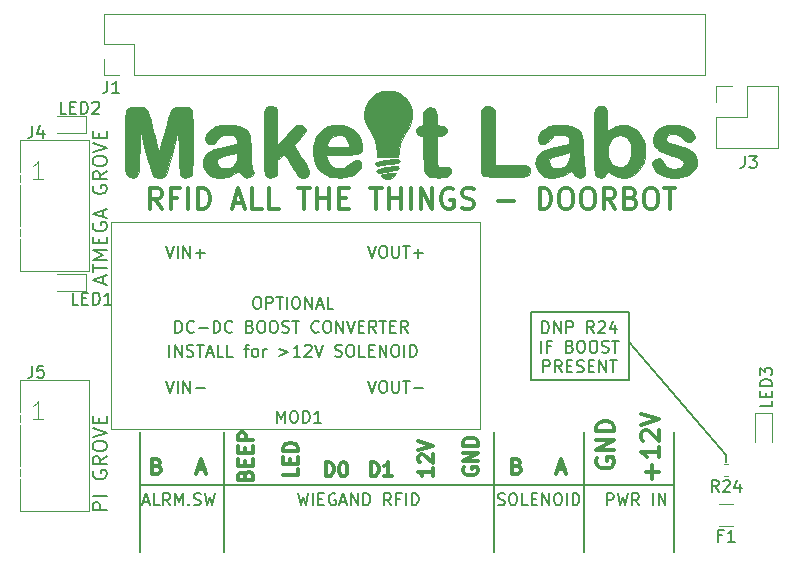
<source format=gbr>
G04 #@! TF.GenerationSoftware,KiCad,Pcbnew,(5.1.0)-1*
G04 #@! TF.CreationDate,2019-03-23T10:05:58-04:00*
G04 #@! TF.ProjectId,doorbot,646f6f72-626f-4742-9e6b-696361645f70,rev?*
G04 #@! TF.SameCoordinates,Original*
G04 #@! TF.FileFunction,Legend,Top*
G04 #@! TF.FilePolarity,Positive*
%FSLAX46Y46*%
G04 Gerber Fmt 4.6, Leading zero omitted, Abs format (unit mm)*
G04 Created by KiCad (PCBNEW (5.1.0)-1) date 2019-03-23 10:05:58*
%MOMM*%
%LPD*%
G04 APERTURE LIST*
%ADD10C,0.200000*%
%ADD11C,0.150000*%
%ADD12C,0.300000*%
%ADD13C,0.320000*%
%ADD14C,0.120000*%
%ADD15C,0.010000*%
G04 APERTURE END LIST*
D10*
X161290000Y-109220000D02*
X161290000Y-99060000D01*
X116078000Y-109220000D02*
X116078000Y-99060000D01*
X112949278Y-86438571D02*
X112949278Y-85867142D01*
X113292135Y-86552857D02*
X112092135Y-86152857D01*
X113292135Y-85752857D01*
X112092135Y-85524285D02*
X112092135Y-84838571D01*
X113292135Y-85181428D02*
X112092135Y-85181428D01*
X113292135Y-84438571D02*
X112092135Y-84438571D01*
X112949278Y-84038571D01*
X112092135Y-83638571D01*
X113292135Y-83638571D01*
X112663563Y-83067142D02*
X112663563Y-82667142D01*
X113292135Y-82495714D02*
X113292135Y-83067142D01*
X112092135Y-83067142D01*
X112092135Y-82495714D01*
X112149278Y-81352857D02*
X112092135Y-81467142D01*
X112092135Y-81638571D01*
X112149278Y-81810000D01*
X112263563Y-81924285D01*
X112377849Y-81981428D01*
X112606420Y-82038571D01*
X112777849Y-82038571D01*
X113006420Y-81981428D01*
X113120706Y-81924285D01*
X113234992Y-81810000D01*
X113292135Y-81638571D01*
X113292135Y-81524285D01*
X113234992Y-81352857D01*
X113177849Y-81295714D01*
X112777849Y-81295714D01*
X112777849Y-81524285D01*
X112949278Y-80838571D02*
X112949278Y-80267142D01*
X113292135Y-80952857D02*
X112092135Y-80552857D01*
X113292135Y-80152857D01*
X112149278Y-78210000D02*
X112092135Y-78324285D01*
X112092135Y-78495714D01*
X112149278Y-78667142D01*
X112263563Y-78781428D01*
X112377849Y-78838571D01*
X112606420Y-78895714D01*
X112777849Y-78895714D01*
X113006420Y-78838571D01*
X113120706Y-78781428D01*
X113234992Y-78667142D01*
X113292135Y-78495714D01*
X113292135Y-78381428D01*
X113234992Y-78210000D01*
X113177849Y-78152857D01*
X112777849Y-78152857D01*
X112777849Y-78381428D01*
X113292135Y-76952857D02*
X112720706Y-77352857D01*
X113292135Y-77638571D02*
X112092135Y-77638571D01*
X112092135Y-77181428D01*
X112149278Y-77067142D01*
X112206420Y-77010000D01*
X112320706Y-76952857D01*
X112492135Y-76952857D01*
X112606420Y-77010000D01*
X112663563Y-77067142D01*
X112720706Y-77181428D01*
X112720706Y-77638571D01*
X112092135Y-76210000D02*
X112092135Y-75981428D01*
X112149278Y-75867142D01*
X112263563Y-75752857D01*
X112492135Y-75695714D01*
X112892135Y-75695714D01*
X113120706Y-75752857D01*
X113234992Y-75867142D01*
X113292135Y-75981428D01*
X113292135Y-76210000D01*
X113234992Y-76324285D01*
X113120706Y-76438571D01*
X112892135Y-76495714D01*
X112492135Y-76495714D01*
X112263563Y-76438571D01*
X112149278Y-76324285D01*
X112092135Y-76210000D01*
X112092135Y-75352857D02*
X113292135Y-74952857D01*
X112092135Y-74552857D01*
X112663563Y-74152857D02*
X112663563Y-73752857D01*
X113292135Y-73581428D02*
X113292135Y-74152857D01*
X112092135Y-74152857D01*
X112092135Y-73581428D01*
X113292135Y-105659116D02*
X112092135Y-105659116D01*
X112092135Y-105201973D01*
X112149278Y-105087687D01*
X112206420Y-105030544D01*
X112320706Y-104973401D01*
X112492135Y-104973401D01*
X112606420Y-105030544D01*
X112663563Y-105087687D01*
X112720706Y-105201973D01*
X112720706Y-105659116D01*
X113292135Y-104459116D02*
X112092135Y-104459116D01*
X112149278Y-102344830D02*
X112092135Y-102459116D01*
X112092135Y-102630544D01*
X112149278Y-102801973D01*
X112263563Y-102916259D01*
X112377849Y-102973401D01*
X112606420Y-103030544D01*
X112777849Y-103030544D01*
X113006420Y-102973401D01*
X113120706Y-102916259D01*
X113234992Y-102801973D01*
X113292135Y-102630544D01*
X113292135Y-102516259D01*
X113234992Y-102344830D01*
X113177849Y-102287687D01*
X112777849Y-102287687D01*
X112777849Y-102516259D01*
X113292135Y-101087687D02*
X112720706Y-101487687D01*
X113292135Y-101773401D02*
X112092135Y-101773401D01*
X112092135Y-101316259D01*
X112149278Y-101201973D01*
X112206420Y-101144830D01*
X112320706Y-101087687D01*
X112492135Y-101087687D01*
X112606420Y-101144830D01*
X112663563Y-101201973D01*
X112720706Y-101316259D01*
X112720706Y-101773401D01*
X112092135Y-100344830D02*
X112092135Y-100116259D01*
X112149278Y-100001973D01*
X112263563Y-99887687D01*
X112492135Y-99830544D01*
X112892135Y-99830544D01*
X113120706Y-99887687D01*
X113234992Y-100001973D01*
X113292135Y-100116259D01*
X113292135Y-100344830D01*
X113234992Y-100459116D01*
X113120706Y-100573401D01*
X112892135Y-100630544D01*
X112492135Y-100630544D01*
X112263563Y-100573401D01*
X112149278Y-100459116D01*
X112092135Y-100344830D01*
X112092135Y-99487687D02*
X113292135Y-99087687D01*
X112092135Y-98687687D01*
X112663563Y-98287687D02*
X112663563Y-97887687D01*
X113292135Y-97716259D02*
X113292135Y-98287687D01*
X112092135Y-98287687D01*
X112092135Y-97716259D01*
D11*
X149225000Y-94615000D02*
X149225000Y-88900000D01*
X157480000Y-94615000D02*
X149225000Y-94615000D01*
X157480000Y-88900000D02*
X157480000Y-94615000D01*
X149225000Y-88900000D02*
X157480000Y-88900000D01*
D10*
X153670000Y-109220000D02*
X153670000Y-99060000D01*
X146050000Y-109220000D02*
X146050000Y-99060000D01*
X123190000Y-109220000D02*
X123190000Y-99060000D01*
X116205000Y-103505000D02*
X161290000Y-103505000D01*
X155638809Y-105227380D02*
X155638809Y-104227380D01*
X156019761Y-104227380D01*
X156115000Y-104275000D01*
X156162619Y-104322619D01*
X156210238Y-104417857D01*
X156210238Y-104560714D01*
X156162619Y-104655952D01*
X156115000Y-104703571D01*
X156019761Y-104751190D01*
X155638809Y-104751190D01*
X156543571Y-104227380D02*
X156781666Y-105227380D01*
X156972142Y-104513095D01*
X157162619Y-105227380D01*
X157400714Y-104227380D01*
X158353095Y-105227380D02*
X158019761Y-104751190D01*
X157781666Y-105227380D02*
X157781666Y-104227380D01*
X158162619Y-104227380D01*
X158257857Y-104275000D01*
X158305476Y-104322619D01*
X158353095Y-104417857D01*
X158353095Y-104560714D01*
X158305476Y-104655952D01*
X158257857Y-104703571D01*
X158162619Y-104751190D01*
X157781666Y-104751190D01*
X159543571Y-105227380D02*
X159543571Y-104227380D01*
X160019761Y-105227380D02*
X160019761Y-104227380D01*
X160591190Y-105227380D01*
X160591190Y-104227380D01*
X146407619Y-105179761D02*
X146550476Y-105227380D01*
X146788571Y-105227380D01*
X146883809Y-105179761D01*
X146931428Y-105132142D01*
X146979047Y-105036904D01*
X146979047Y-104941666D01*
X146931428Y-104846428D01*
X146883809Y-104798809D01*
X146788571Y-104751190D01*
X146598095Y-104703571D01*
X146502857Y-104655952D01*
X146455238Y-104608333D01*
X146407619Y-104513095D01*
X146407619Y-104417857D01*
X146455238Y-104322619D01*
X146502857Y-104275000D01*
X146598095Y-104227380D01*
X146836190Y-104227380D01*
X146979047Y-104275000D01*
X147598095Y-104227380D02*
X147788571Y-104227380D01*
X147883809Y-104275000D01*
X147979047Y-104370238D01*
X148026666Y-104560714D01*
X148026666Y-104894047D01*
X147979047Y-105084523D01*
X147883809Y-105179761D01*
X147788571Y-105227380D01*
X147598095Y-105227380D01*
X147502857Y-105179761D01*
X147407619Y-105084523D01*
X147360000Y-104894047D01*
X147360000Y-104560714D01*
X147407619Y-104370238D01*
X147502857Y-104275000D01*
X147598095Y-104227380D01*
X148931428Y-105227380D02*
X148455238Y-105227380D01*
X148455238Y-104227380D01*
X149264761Y-104703571D02*
X149598095Y-104703571D01*
X149740952Y-105227380D02*
X149264761Y-105227380D01*
X149264761Y-104227380D01*
X149740952Y-104227380D01*
X150169523Y-105227380D02*
X150169523Y-104227380D01*
X150740952Y-105227380D01*
X150740952Y-104227380D01*
X151407619Y-104227380D02*
X151598095Y-104227380D01*
X151693333Y-104275000D01*
X151788571Y-104370238D01*
X151836190Y-104560714D01*
X151836190Y-104894047D01*
X151788571Y-105084523D01*
X151693333Y-105179761D01*
X151598095Y-105227380D01*
X151407619Y-105227380D01*
X151312380Y-105179761D01*
X151217142Y-105084523D01*
X151169523Y-104894047D01*
X151169523Y-104560714D01*
X151217142Y-104370238D01*
X151312380Y-104275000D01*
X151407619Y-104227380D01*
X152264761Y-105227380D02*
X152264761Y-104227380D01*
X152740952Y-105227380D02*
X152740952Y-104227380D01*
X152979047Y-104227380D01*
X153121904Y-104275000D01*
X153217142Y-104370238D01*
X153264761Y-104465476D01*
X153312380Y-104655952D01*
X153312380Y-104798809D01*
X153264761Y-104989285D01*
X153217142Y-105084523D01*
X153121904Y-105179761D01*
X152979047Y-105227380D01*
X152740952Y-105227380D01*
X116380000Y-104941666D02*
X116856190Y-104941666D01*
X116284761Y-105227380D02*
X116618095Y-104227380D01*
X116951428Y-105227380D01*
X117760952Y-105227380D02*
X117284761Y-105227380D01*
X117284761Y-104227380D01*
X118665714Y-105227380D02*
X118332380Y-104751190D01*
X118094285Y-105227380D02*
X118094285Y-104227380D01*
X118475238Y-104227380D01*
X118570476Y-104275000D01*
X118618095Y-104322619D01*
X118665714Y-104417857D01*
X118665714Y-104560714D01*
X118618095Y-104655952D01*
X118570476Y-104703571D01*
X118475238Y-104751190D01*
X118094285Y-104751190D01*
X119094285Y-105227380D02*
X119094285Y-104227380D01*
X119427619Y-104941666D01*
X119760952Y-104227380D01*
X119760952Y-105227380D01*
X120237142Y-105132142D02*
X120284761Y-105179761D01*
X120237142Y-105227380D01*
X120189523Y-105179761D01*
X120237142Y-105132142D01*
X120237142Y-105227380D01*
X120665714Y-105179761D02*
X120808571Y-105227380D01*
X121046666Y-105227380D01*
X121141904Y-105179761D01*
X121189523Y-105132142D01*
X121237142Y-105036904D01*
X121237142Y-104941666D01*
X121189523Y-104846428D01*
X121141904Y-104798809D01*
X121046666Y-104751190D01*
X120856190Y-104703571D01*
X120760952Y-104655952D01*
X120713333Y-104608333D01*
X120665714Y-104513095D01*
X120665714Y-104417857D01*
X120713333Y-104322619D01*
X120760952Y-104275000D01*
X120856190Y-104227380D01*
X121094285Y-104227380D01*
X121237142Y-104275000D01*
X121570476Y-104227380D02*
X121808571Y-105227380D01*
X121999047Y-104513095D01*
X122189523Y-105227380D01*
X122427619Y-104227380D01*
X129500952Y-104227380D02*
X129739047Y-105227380D01*
X129929523Y-104513095D01*
X130120000Y-105227380D01*
X130358095Y-104227380D01*
X130739047Y-105227380D02*
X130739047Y-104227380D01*
X131215238Y-104703571D02*
X131548571Y-104703571D01*
X131691428Y-105227380D02*
X131215238Y-105227380D01*
X131215238Y-104227380D01*
X131691428Y-104227380D01*
X132643809Y-104275000D02*
X132548571Y-104227380D01*
X132405714Y-104227380D01*
X132262857Y-104275000D01*
X132167619Y-104370238D01*
X132120000Y-104465476D01*
X132072380Y-104655952D01*
X132072380Y-104798809D01*
X132120000Y-104989285D01*
X132167619Y-105084523D01*
X132262857Y-105179761D01*
X132405714Y-105227380D01*
X132500952Y-105227380D01*
X132643809Y-105179761D01*
X132691428Y-105132142D01*
X132691428Y-104798809D01*
X132500952Y-104798809D01*
X133072380Y-104941666D02*
X133548571Y-104941666D01*
X132977142Y-105227380D02*
X133310476Y-104227380D01*
X133643809Y-105227380D01*
X133977142Y-105227380D02*
X133977142Y-104227380D01*
X134548571Y-105227380D01*
X134548571Y-104227380D01*
X135024761Y-105227380D02*
X135024761Y-104227380D01*
X135262857Y-104227380D01*
X135405714Y-104275000D01*
X135500952Y-104370238D01*
X135548571Y-104465476D01*
X135596190Y-104655952D01*
X135596190Y-104798809D01*
X135548571Y-104989285D01*
X135500952Y-105084523D01*
X135405714Y-105179761D01*
X135262857Y-105227380D01*
X135024761Y-105227380D01*
X137358095Y-105227380D02*
X137024761Y-104751190D01*
X136786666Y-105227380D02*
X136786666Y-104227380D01*
X137167619Y-104227380D01*
X137262857Y-104275000D01*
X137310476Y-104322619D01*
X137358095Y-104417857D01*
X137358095Y-104560714D01*
X137310476Y-104655952D01*
X137262857Y-104703571D01*
X137167619Y-104751190D01*
X136786666Y-104751190D01*
X138120000Y-104703571D02*
X137786666Y-104703571D01*
X137786666Y-105227380D02*
X137786666Y-104227380D01*
X138262857Y-104227380D01*
X138643809Y-105227380D02*
X138643809Y-104227380D01*
X139120000Y-105227380D02*
X139120000Y-104227380D01*
X139358095Y-104227380D01*
X139500952Y-104275000D01*
X139596190Y-104370238D01*
X139643809Y-104465476D01*
X139691428Y-104655952D01*
X139691428Y-104798809D01*
X139643809Y-104989285D01*
X139596190Y-105084523D01*
X139500952Y-105179761D01*
X139358095Y-105227380D01*
X139120000Y-105227380D01*
D12*
X129447857Y-102137285D02*
X129447857Y-102708714D01*
X128247857Y-102708714D01*
X128819285Y-101737285D02*
X128819285Y-101337285D01*
X129447857Y-101165857D02*
X129447857Y-101737285D01*
X128247857Y-101737285D01*
X128247857Y-101165857D01*
X129447857Y-100651571D02*
X128247857Y-100651571D01*
X128247857Y-100365857D01*
X128305000Y-100194428D01*
X128419285Y-100080142D01*
X128533571Y-100022999D01*
X128762142Y-99965857D01*
X128933571Y-99965857D01*
X129162142Y-100022999D01*
X129276428Y-100080142D01*
X129390714Y-100194428D01*
X129447857Y-100365857D01*
X129447857Y-100651571D01*
X125009285Y-102715857D02*
X125066428Y-102544428D01*
X125123571Y-102487285D01*
X125237857Y-102430142D01*
X125409285Y-102430142D01*
X125523571Y-102487285D01*
X125580714Y-102544428D01*
X125637857Y-102658714D01*
X125637857Y-103115857D01*
X124437857Y-103115857D01*
X124437857Y-102715857D01*
X124495000Y-102601571D01*
X124552142Y-102544428D01*
X124666428Y-102487285D01*
X124780714Y-102487285D01*
X124895000Y-102544428D01*
X124952142Y-102601571D01*
X125009285Y-102715857D01*
X125009285Y-103115857D01*
X125009285Y-101915857D02*
X125009285Y-101515857D01*
X125637857Y-101344428D02*
X125637857Y-101915857D01*
X124437857Y-101915857D01*
X124437857Y-101344428D01*
X125009285Y-100830142D02*
X125009285Y-100430142D01*
X125637857Y-100258714D02*
X125637857Y-100830142D01*
X124437857Y-100830142D01*
X124437857Y-100258714D01*
X125637857Y-99744428D02*
X124437857Y-99744428D01*
X124437857Y-99287285D01*
X124495000Y-99172999D01*
X124552142Y-99115857D01*
X124666428Y-99058714D01*
X124837857Y-99058714D01*
X124952142Y-99115857D01*
X125009285Y-99172999D01*
X125066428Y-99287285D01*
X125066428Y-99744428D01*
D13*
X117940000Y-80166666D02*
X117356666Y-79333333D01*
X116940000Y-80166666D02*
X116940000Y-78416666D01*
X117606666Y-78416666D01*
X117773333Y-78500000D01*
X117856666Y-78583333D01*
X117940000Y-78750000D01*
X117940000Y-79000000D01*
X117856666Y-79166666D01*
X117773333Y-79250000D01*
X117606666Y-79333333D01*
X116940000Y-79333333D01*
X119273333Y-79250000D02*
X118690000Y-79250000D01*
X118690000Y-80166666D02*
X118690000Y-78416666D01*
X119523333Y-78416666D01*
X120190000Y-80166666D02*
X120190000Y-78416666D01*
X121023333Y-80166666D02*
X121023333Y-78416666D01*
X121440000Y-78416666D01*
X121690000Y-78500000D01*
X121856666Y-78666666D01*
X121940000Y-78833333D01*
X122023333Y-79166666D01*
X122023333Y-79416666D01*
X121940000Y-79750000D01*
X121856666Y-79916666D01*
X121690000Y-80083333D01*
X121440000Y-80166666D01*
X121023333Y-80166666D01*
X124023333Y-79666666D02*
X124856666Y-79666666D01*
X123856666Y-80166666D02*
X124440000Y-78416666D01*
X125023333Y-80166666D01*
X126440000Y-80166666D02*
X125606666Y-80166666D01*
X125606666Y-78416666D01*
X127856666Y-80166666D02*
X127023333Y-80166666D01*
X127023333Y-78416666D01*
X129523333Y-78416666D02*
X130523333Y-78416666D01*
X130023333Y-80166666D02*
X130023333Y-78416666D01*
X131106666Y-80166666D02*
X131106666Y-78416666D01*
X131106666Y-79250000D02*
X132106666Y-79250000D01*
X132106666Y-80166666D02*
X132106666Y-78416666D01*
X132940000Y-79250000D02*
X133523333Y-79250000D01*
X133773333Y-80166666D02*
X132940000Y-80166666D01*
X132940000Y-78416666D01*
X133773333Y-78416666D01*
X135606666Y-78416666D02*
X136606666Y-78416666D01*
X136106666Y-80166666D02*
X136106666Y-78416666D01*
X137190000Y-80166666D02*
X137190000Y-78416666D01*
X137190000Y-79250000D02*
X138190000Y-79250000D01*
X138190000Y-80166666D02*
X138190000Y-78416666D01*
X139023333Y-80166666D02*
X139023333Y-78416666D01*
X139856666Y-80166666D02*
X139856666Y-78416666D01*
X140856666Y-80166666D01*
X140856666Y-78416666D01*
X142606666Y-78500000D02*
X142440000Y-78416666D01*
X142190000Y-78416666D01*
X141940000Y-78500000D01*
X141773333Y-78666666D01*
X141690000Y-78833333D01*
X141606666Y-79166666D01*
X141606666Y-79416666D01*
X141690000Y-79750000D01*
X141773333Y-79916666D01*
X141940000Y-80083333D01*
X142190000Y-80166666D01*
X142356666Y-80166666D01*
X142606666Y-80083333D01*
X142690000Y-80000000D01*
X142690000Y-79416666D01*
X142356666Y-79416666D01*
X143356666Y-80083333D02*
X143606666Y-80166666D01*
X144023333Y-80166666D01*
X144190000Y-80083333D01*
X144273333Y-80000000D01*
X144356666Y-79833333D01*
X144356666Y-79666666D01*
X144273333Y-79500000D01*
X144190000Y-79416666D01*
X144023333Y-79333333D01*
X143690000Y-79250000D01*
X143523333Y-79166666D01*
X143440000Y-79083333D01*
X143356666Y-78916666D01*
X143356666Y-78750000D01*
X143440000Y-78583333D01*
X143523333Y-78500000D01*
X143690000Y-78416666D01*
X144106666Y-78416666D01*
X144356666Y-78500000D01*
X146440000Y-79500000D02*
X147773333Y-79500000D01*
X149940000Y-80166666D02*
X149940000Y-78416666D01*
X150356666Y-78416666D01*
X150606666Y-78500000D01*
X150773333Y-78666666D01*
X150856666Y-78833333D01*
X150940000Y-79166666D01*
X150940000Y-79416666D01*
X150856666Y-79750000D01*
X150773333Y-79916666D01*
X150606666Y-80083333D01*
X150356666Y-80166666D01*
X149940000Y-80166666D01*
X152023333Y-78416666D02*
X152356666Y-78416666D01*
X152523333Y-78500000D01*
X152690000Y-78666666D01*
X152773333Y-79000000D01*
X152773333Y-79583333D01*
X152690000Y-79916666D01*
X152523333Y-80083333D01*
X152356666Y-80166666D01*
X152023333Y-80166666D01*
X151856666Y-80083333D01*
X151690000Y-79916666D01*
X151606666Y-79583333D01*
X151606666Y-79000000D01*
X151690000Y-78666666D01*
X151856666Y-78500000D01*
X152023333Y-78416666D01*
X153856666Y-78416666D02*
X154190000Y-78416666D01*
X154356666Y-78500000D01*
X154523333Y-78666666D01*
X154606666Y-79000000D01*
X154606666Y-79583333D01*
X154523333Y-79916666D01*
X154356666Y-80083333D01*
X154190000Y-80166666D01*
X153856666Y-80166666D01*
X153690000Y-80083333D01*
X153523333Y-79916666D01*
X153440000Y-79583333D01*
X153440000Y-79000000D01*
X153523333Y-78666666D01*
X153690000Y-78500000D01*
X153856666Y-78416666D01*
X156356666Y-80166666D02*
X155773333Y-79333333D01*
X155356666Y-80166666D02*
X155356666Y-78416666D01*
X156023333Y-78416666D01*
X156190000Y-78500000D01*
X156273333Y-78583333D01*
X156356666Y-78750000D01*
X156356666Y-79000000D01*
X156273333Y-79166666D01*
X156190000Y-79250000D01*
X156023333Y-79333333D01*
X155356666Y-79333333D01*
X157690000Y-79250000D02*
X157940000Y-79333333D01*
X158023333Y-79416666D01*
X158106666Y-79583333D01*
X158106666Y-79833333D01*
X158023333Y-80000000D01*
X157940000Y-80083333D01*
X157773333Y-80166666D01*
X157106666Y-80166666D01*
X157106666Y-78416666D01*
X157690000Y-78416666D01*
X157856666Y-78500000D01*
X157940000Y-78583333D01*
X158023333Y-78750000D01*
X158023333Y-78916666D01*
X157940000Y-79083333D01*
X157856666Y-79166666D01*
X157690000Y-79250000D01*
X157106666Y-79250000D01*
X159190000Y-78416666D02*
X159523333Y-78416666D01*
X159690000Y-78500000D01*
X159856666Y-78666666D01*
X159940000Y-79000000D01*
X159940000Y-79583333D01*
X159856666Y-79916666D01*
X159690000Y-80083333D01*
X159523333Y-80166666D01*
X159190000Y-80166666D01*
X159023333Y-80083333D01*
X158856666Y-79916666D01*
X158773333Y-79583333D01*
X158773333Y-79000000D01*
X158856666Y-78666666D01*
X159023333Y-78500000D01*
X159190000Y-78416666D01*
X160440000Y-78416666D02*
X161440000Y-78416666D01*
X160940000Y-80166666D02*
X160940000Y-78416666D01*
D11*
X165735000Y-100965000D02*
X165735000Y-101600000D01*
X157480000Y-91440000D02*
X165735000Y-100965000D01*
X150165354Y-90661855D02*
X150165354Y-89661855D01*
X150403449Y-89661855D01*
X150546306Y-89709475D01*
X150641544Y-89804713D01*
X150689163Y-89899951D01*
X150736782Y-90090427D01*
X150736782Y-90233284D01*
X150689163Y-90423760D01*
X150641544Y-90518998D01*
X150546306Y-90614236D01*
X150403449Y-90661855D01*
X150165354Y-90661855D01*
X151165354Y-90661855D02*
X151165354Y-89661855D01*
X151736782Y-90661855D01*
X151736782Y-89661855D01*
X152212973Y-90661855D02*
X152212973Y-89661855D01*
X152593925Y-89661855D01*
X152689163Y-89709475D01*
X152736782Y-89757094D01*
X152784402Y-89852332D01*
X152784402Y-89995189D01*
X152736782Y-90090427D01*
X152689163Y-90138046D01*
X152593925Y-90185665D01*
X152212973Y-90185665D01*
X154546306Y-90661855D02*
X154212973Y-90185665D01*
X153974878Y-90661855D02*
X153974878Y-89661855D01*
X154355830Y-89661855D01*
X154451068Y-89709475D01*
X154498687Y-89757094D01*
X154546306Y-89852332D01*
X154546306Y-89995189D01*
X154498687Y-90090427D01*
X154451068Y-90138046D01*
X154355830Y-90185665D01*
X153974878Y-90185665D01*
X154927259Y-89757094D02*
X154974878Y-89709475D01*
X155070116Y-89661855D01*
X155308211Y-89661855D01*
X155403449Y-89709475D01*
X155451068Y-89757094D01*
X155498687Y-89852332D01*
X155498687Y-89947570D01*
X155451068Y-90090427D01*
X154879640Y-90661855D01*
X155498687Y-90661855D01*
X156355830Y-89995189D02*
X156355830Y-90661855D01*
X156117735Y-89614236D02*
X155879640Y-90328522D01*
X156498687Y-90328522D01*
X150070116Y-92311855D02*
X150070116Y-91311855D01*
X150879640Y-91788046D02*
X150546306Y-91788046D01*
X150546306Y-92311855D02*
X150546306Y-91311855D01*
X151022497Y-91311855D01*
X152498687Y-91788046D02*
X152641544Y-91835665D01*
X152689163Y-91883284D01*
X152736782Y-91978522D01*
X152736782Y-92121379D01*
X152689163Y-92216617D01*
X152641544Y-92264236D01*
X152546306Y-92311855D01*
X152165354Y-92311855D01*
X152165354Y-91311855D01*
X152498687Y-91311855D01*
X152593925Y-91359475D01*
X152641544Y-91407094D01*
X152689163Y-91502332D01*
X152689163Y-91597570D01*
X152641544Y-91692808D01*
X152593925Y-91740427D01*
X152498687Y-91788046D01*
X152165354Y-91788046D01*
X153355830Y-91311855D02*
X153546306Y-91311855D01*
X153641544Y-91359475D01*
X153736782Y-91454713D01*
X153784402Y-91645189D01*
X153784402Y-91978522D01*
X153736782Y-92168998D01*
X153641544Y-92264236D01*
X153546306Y-92311855D01*
X153355830Y-92311855D01*
X153260592Y-92264236D01*
X153165354Y-92168998D01*
X153117735Y-91978522D01*
X153117735Y-91645189D01*
X153165354Y-91454713D01*
X153260592Y-91359475D01*
X153355830Y-91311855D01*
X154403449Y-91311855D02*
X154593925Y-91311855D01*
X154689163Y-91359475D01*
X154784402Y-91454713D01*
X154832021Y-91645189D01*
X154832021Y-91978522D01*
X154784402Y-92168998D01*
X154689163Y-92264236D01*
X154593925Y-92311855D01*
X154403449Y-92311855D01*
X154308211Y-92264236D01*
X154212973Y-92168998D01*
X154165354Y-91978522D01*
X154165354Y-91645189D01*
X154212973Y-91454713D01*
X154308211Y-91359475D01*
X154403449Y-91311855D01*
X155212973Y-92264236D02*
X155355830Y-92311855D01*
X155593925Y-92311855D01*
X155689163Y-92264236D01*
X155736782Y-92216617D01*
X155784402Y-92121379D01*
X155784402Y-92026141D01*
X155736782Y-91930903D01*
X155689163Y-91883284D01*
X155593925Y-91835665D01*
X155403449Y-91788046D01*
X155308211Y-91740427D01*
X155260592Y-91692808D01*
X155212973Y-91597570D01*
X155212973Y-91502332D01*
X155260592Y-91407094D01*
X155308211Y-91359475D01*
X155403449Y-91311855D01*
X155641544Y-91311855D01*
X155784402Y-91359475D01*
X156070116Y-91311855D02*
X156641544Y-91311855D01*
X156355830Y-92311855D02*
X156355830Y-91311855D01*
X150236782Y-93961855D02*
X150236782Y-92961855D01*
X150617735Y-92961855D01*
X150712973Y-93009475D01*
X150760592Y-93057094D01*
X150808211Y-93152332D01*
X150808211Y-93295189D01*
X150760592Y-93390427D01*
X150712973Y-93438046D01*
X150617735Y-93485665D01*
X150236782Y-93485665D01*
X151808211Y-93961855D02*
X151474878Y-93485665D01*
X151236782Y-93961855D02*
X151236782Y-92961855D01*
X151617735Y-92961855D01*
X151712973Y-93009475D01*
X151760592Y-93057094D01*
X151808211Y-93152332D01*
X151808211Y-93295189D01*
X151760592Y-93390427D01*
X151712973Y-93438046D01*
X151617735Y-93485665D01*
X151236782Y-93485665D01*
X152236782Y-93438046D02*
X152570116Y-93438046D01*
X152712973Y-93961855D02*
X152236782Y-93961855D01*
X152236782Y-92961855D01*
X152712973Y-92961855D01*
X153093925Y-93914236D02*
X153236782Y-93961855D01*
X153474878Y-93961855D01*
X153570116Y-93914236D01*
X153617735Y-93866617D01*
X153665354Y-93771379D01*
X153665354Y-93676141D01*
X153617735Y-93580903D01*
X153570116Y-93533284D01*
X153474878Y-93485665D01*
X153284402Y-93438046D01*
X153189163Y-93390427D01*
X153141544Y-93342808D01*
X153093925Y-93247570D01*
X153093925Y-93152332D01*
X153141544Y-93057094D01*
X153189163Y-93009475D01*
X153284402Y-92961855D01*
X153522497Y-92961855D01*
X153665354Y-93009475D01*
X154093925Y-93438046D02*
X154427259Y-93438046D01*
X154570116Y-93961855D02*
X154093925Y-93961855D01*
X154093925Y-92961855D01*
X154570116Y-92961855D01*
X154998687Y-93961855D02*
X154998687Y-92961855D01*
X155570116Y-93961855D01*
X155570116Y-92961855D01*
X155903449Y-92961855D02*
X156474878Y-92961855D01*
X156189163Y-93961855D02*
X156189163Y-92961855D01*
X118579619Y-92654380D02*
X118579619Y-91654380D01*
X119055809Y-92654380D02*
X119055809Y-91654380D01*
X119627238Y-92654380D01*
X119627238Y-91654380D01*
X120055809Y-92606761D02*
X120198666Y-92654380D01*
X120436761Y-92654380D01*
X120532000Y-92606761D01*
X120579619Y-92559142D01*
X120627238Y-92463904D01*
X120627238Y-92368666D01*
X120579619Y-92273428D01*
X120532000Y-92225809D01*
X120436761Y-92178190D01*
X120246285Y-92130571D01*
X120151047Y-92082952D01*
X120103428Y-92035333D01*
X120055809Y-91940095D01*
X120055809Y-91844857D01*
X120103428Y-91749619D01*
X120151047Y-91702000D01*
X120246285Y-91654380D01*
X120484380Y-91654380D01*
X120627238Y-91702000D01*
X120912952Y-91654380D02*
X121484380Y-91654380D01*
X121198666Y-92654380D02*
X121198666Y-91654380D01*
X121770095Y-92368666D02*
X122246285Y-92368666D01*
X121674857Y-92654380D02*
X122008190Y-91654380D01*
X122341523Y-92654380D01*
X123151047Y-92654380D02*
X122674857Y-92654380D01*
X122674857Y-91654380D01*
X123960571Y-92654380D02*
X123484380Y-92654380D01*
X123484380Y-91654380D01*
X124912952Y-91987714D02*
X125293904Y-91987714D01*
X125055809Y-92654380D02*
X125055809Y-91797238D01*
X125103428Y-91702000D01*
X125198666Y-91654380D01*
X125293904Y-91654380D01*
X125770095Y-92654380D02*
X125674857Y-92606761D01*
X125627238Y-92559142D01*
X125579619Y-92463904D01*
X125579619Y-92178190D01*
X125627238Y-92082952D01*
X125674857Y-92035333D01*
X125770095Y-91987714D01*
X125912952Y-91987714D01*
X126008190Y-92035333D01*
X126055809Y-92082952D01*
X126103428Y-92178190D01*
X126103428Y-92463904D01*
X126055809Y-92559142D01*
X126008190Y-92606761D01*
X125912952Y-92654380D01*
X125770095Y-92654380D01*
X126532000Y-92654380D02*
X126532000Y-91987714D01*
X126532000Y-92178190D02*
X126579619Y-92082952D01*
X126627238Y-92035333D01*
X126722476Y-91987714D01*
X126817714Y-91987714D01*
X127912952Y-91987714D02*
X128674857Y-92273428D01*
X127912952Y-92559142D01*
X129674857Y-92654380D02*
X129103428Y-92654380D01*
X129389142Y-92654380D02*
X129389142Y-91654380D01*
X129293904Y-91797238D01*
X129198666Y-91892476D01*
X129103428Y-91940095D01*
X130055809Y-91749619D02*
X130103428Y-91702000D01*
X130198666Y-91654380D01*
X130436761Y-91654380D01*
X130532000Y-91702000D01*
X130579619Y-91749619D01*
X130627238Y-91844857D01*
X130627238Y-91940095D01*
X130579619Y-92082952D01*
X130008190Y-92654380D01*
X130627238Y-92654380D01*
X130912952Y-91654380D02*
X131246285Y-92654380D01*
X131579619Y-91654380D01*
X132627238Y-92606761D02*
X132770095Y-92654380D01*
X133008190Y-92654380D01*
X133103428Y-92606761D01*
X133151047Y-92559142D01*
X133198666Y-92463904D01*
X133198666Y-92368666D01*
X133151047Y-92273428D01*
X133103428Y-92225809D01*
X133008190Y-92178190D01*
X132817714Y-92130571D01*
X132722476Y-92082952D01*
X132674857Y-92035333D01*
X132627238Y-91940095D01*
X132627238Y-91844857D01*
X132674857Y-91749619D01*
X132722476Y-91702000D01*
X132817714Y-91654380D01*
X133055809Y-91654380D01*
X133198666Y-91702000D01*
X133817714Y-91654380D02*
X134008190Y-91654380D01*
X134103428Y-91702000D01*
X134198666Y-91797238D01*
X134246285Y-91987714D01*
X134246285Y-92321047D01*
X134198666Y-92511523D01*
X134103428Y-92606761D01*
X134008190Y-92654380D01*
X133817714Y-92654380D01*
X133722476Y-92606761D01*
X133627238Y-92511523D01*
X133579619Y-92321047D01*
X133579619Y-91987714D01*
X133627238Y-91797238D01*
X133722476Y-91702000D01*
X133817714Y-91654380D01*
X135151047Y-92654380D02*
X134674857Y-92654380D01*
X134674857Y-91654380D01*
X135484380Y-92130571D02*
X135817714Y-92130571D01*
X135960571Y-92654380D02*
X135484380Y-92654380D01*
X135484380Y-91654380D01*
X135960571Y-91654380D01*
X136389142Y-92654380D02*
X136389142Y-91654380D01*
X136960571Y-92654380D01*
X136960571Y-91654380D01*
X137627238Y-91654380D02*
X137817714Y-91654380D01*
X137912952Y-91702000D01*
X138008190Y-91797238D01*
X138055809Y-91987714D01*
X138055809Y-92321047D01*
X138008190Y-92511523D01*
X137912952Y-92606761D01*
X137817714Y-92654380D01*
X137627238Y-92654380D01*
X137532000Y-92606761D01*
X137436761Y-92511523D01*
X137389142Y-92321047D01*
X137389142Y-91987714D01*
X137436761Y-91797238D01*
X137532000Y-91702000D01*
X137627238Y-91654380D01*
X138484380Y-92654380D02*
X138484380Y-91654380D01*
X138960571Y-92654380D02*
X138960571Y-91654380D01*
X139198666Y-91654380D01*
X139341523Y-91702000D01*
X139436761Y-91797238D01*
X139484380Y-91892476D01*
X139532000Y-92082952D01*
X139532000Y-92225809D01*
X139484380Y-92416285D01*
X139436761Y-92511523D01*
X139341523Y-92606761D01*
X139198666Y-92654380D01*
X138960571Y-92654380D01*
X125936761Y-87590380D02*
X126127238Y-87590380D01*
X126222476Y-87638000D01*
X126317714Y-87733238D01*
X126365333Y-87923714D01*
X126365333Y-88257047D01*
X126317714Y-88447523D01*
X126222476Y-88542761D01*
X126127238Y-88590380D01*
X125936761Y-88590380D01*
X125841523Y-88542761D01*
X125746285Y-88447523D01*
X125698666Y-88257047D01*
X125698666Y-87923714D01*
X125746285Y-87733238D01*
X125841523Y-87638000D01*
X125936761Y-87590380D01*
X126793904Y-88590380D02*
X126793904Y-87590380D01*
X127174857Y-87590380D01*
X127270095Y-87638000D01*
X127317714Y-87685619D01*
X127365333Y-87780857D01*
X127365333Y-87923714D01*
X127317714Y-88018952D01*
X127270095Y-88066571D01*
X127174857Y-88114190D01*
X126793904Y-88114190D01*
X127651047Y-87590380D02*
X128222476Y-87590380D01*
X127936761Y-88590380D02*
X127936761Y-87590380D01*
X128555809Y-88590380D02*
X128555809Y-87590380D01*
X129222476Y-87590380D02*
X129412952Y-87590380D01*
X129508190Y-87638000D01*
X129603428Y-87733238D01*
X129651047Y-87923714D01*
X129651047Y-88257047D01*
X129603428Y-88447523D01*
X129508190Y-88542761D01*
X129412952Y-88590380D01*
X129222476Y-88590380D01*
X129127238Y-88542761D01*
X129032000Y-88447523D01*
X128984380Y-88257047D01*
X128984380Y-87923714D01*
X129032000Y-87733238D01*
X129127238Y-87638000D01*
X129222476Y-87590380D01*
X130079619Y-88590380D02*
X130079619Y-87590380D01*
X130651047Y-88590380D01*
X130651047Y-87590380D01*
X131079619Y-88304666D02*
X131555809Y-88304666D01*
X130984380Y-88590380D02*
X131317714Y-87590380D01*
X131651047Y-88590380D01*
X132460571Y-88590380D02*
X131984380Y-88590380D01*
X131984380Y-87590380D01*
D12*
X148040714Y-101922856D02*
X148212142Y-101979999D01*
X148269285Y-102037142D01*
X148326428Y-102151428D01*
X148326428Y-102322856D01*
X148269285Y-102437142D01*
X148212142Y-102494285D01*
X148097857Y-102551428D01*
X147640714Y-102551428D01*
X147640714Y-101351428D01*
X148040714Y-101351428D01*
X148155000Y-101408571D01*
X148212142Y-101465713D01*
X148269285Y-101579999D01*
X148269285Y-101694285D01*
X148212142Y-101808571D01*
X148155000Y-101865713D01*
X148040714Y-101922856D01*
X147640714Y-101922856D01*
X117560714Y-101922856D02*
X117732142Y-101979999D01*
X117789285Y-102037142D01*
X117846428Y-102151428D01*
X117846428Y-102322856D01*
X117789285Y-102437142D01*
X117732142Y-102494285D01*
X117617857Y-102551428D01*
X117160714Y-102551428D01*
X117160714Y-101351428D01*
X117560714Y-101351428D01*
X117675000Y-101408571D01*
X117732142Y-101465713D01*
X117789285Y-101579999D01*
X117789285Y-101694285D01*
X117732142Y-101808571D01*
X117675000Y-101865713D01*
X117560714Y-101922856D01*
X117160714Y-101922856D01*
X120999285Y-102208571D02*
X121570714Y-102208571D01*
X120885000Y-102551428D02*
X121285000Y-101351428D01*
X121685000Y-102551428D01*
X131829285Y-102777857D02*
X131829285Y-101577857D01*
X132115000Y-101577857D01*
X132286428Y-101635000D01*
X132400714Y-101749285D01*
X132457857Y-101863571D01*
X132515000Y-102092142D01*
X132515000Y-102263571D01*
X132457857Y-102492142D01*
X132400714Y-102606428D01*
X132286428Y-102720714D01*
X132115000Y-102777857D01*
X131829285Y-102777857D01*
X133257857Y-101577857D02*
X133372142Y-101577857D01*
X133486428Y-101635000D01*
X133543571Y-101692142D01*
X133600714Y-101806428D01*
X133657857Y-102035000D01*
X133657857Y-102320714D01*
X133600714Y-102549285D01*
X133543571Y-102663571D01*
X133486428Y-102720714D01*
X133372142Y-102777857D01*
X133257857Y-102777857D01*
X133143571Y-102720714D01*
X133086428Y-102663571D01*
X133029285Y-102549285D01*
X132972142Y-102320714D01*
X132972142Y-102035000D01*
X133029285Y-101806428D01*
X133086428Y-101692142D01*
X133143571Y-101635000D01*
X133257857Y-101577857D01*
X135639285Y-102777857D02*
X135639285Y-101577857D01*
X135925000Y-101577857D01*
X136096428Y-101635000D01*
X136210714Y-101749285D01*
X136267857Y-101863571D01*
X136325000Y-102092142D01*
X136325000Y-102263571D01*
X136267857Y-102492142D01*
X136210714Y-102606428D01*
X136096428Y-102720714D01*
X135925000Y-102777857D01*
X135639285Y-102777857D01*
X137467857Y-102777857D02*
X136782142Y-102777857D01*
X137125000Y-102777857D02*
X137125000Y-101577857D01*
X137010714Y-101749285D01*
X136896428Y-101863571D01*
X136782142Y-101920714D01*
X140877857Y-102073000D02*
X140877857Y-102758714D01*
X140877857Y-102415857D02*
X139677857Y-102415857D01*
X139849285Y-102530143D01*
X139963571Y-102644428D01*
X140020714Y-102758714D01*
X139792142Y-101615857D02*
X139735000Y-101558714D01*
X139677857Y-101444428D01*
X139677857Y-101158714D01*
X139735000Y-101044428D01*
X139792142Y-100987285D01*
X139906428Y-100930143D01*
X140020714Y-100930143D01*
X140192142Y-100987285D01*
X140877857Y-101673000D01*
X140877857Y-100930143D01*
X139677857Y-100587285D02*
X140877857Y-100187285D01*
X139677857Y-99787285D01*
X143545000Y-102030142D02*
X143487857Y-102144428D01*
X143487857Y-102315857D01*
X143545000Y-102487285D01*
X143659285Y-102601571D01*
X143773571Y-102658714D01*
X144002142Y-102715857D01*
X144173571Y-102715857D01*
X144402142Y-102658714D01*
X144516428Y-102601571D01*
X144630714Y-102487285D01*
X144687857Y-102315857D01*
X144687857Y-102201571D01*
X144630714Y-102030142D01*
X144573571Y-101972999D01*
X144173571Y-101972999D01*
X144173571Y-102201571D01*
X144687857Y-101458714D02*
X143487857Y-101458714D01*
X144687857Y-100772999D01*
X143487857Y-100772999D01*
X144687857Y-100201571D02*
X143487857Y-100201571D01*
X143487857Y-99915857D01*
X143545000Y-99744428D01*
X143659285Y-99630142D01*
X143773571Y-99572999D01*
X144002142Y-99515857D01*
X144173571Y-99515857D01*
X144402142Y-99572999D01*
X144516428Y-99630142D01*
X144630714Y-99744428D01*
X144687857Y-99915857D01*
X144687857Y-100201571D01*
X151479285Y-102208571D02*
X152050714Y-102208571D01*
X151365000Y-102551428D02*
X151765000Y-101351428D01*
X152165000Y-102551428D01*
X154825000Y-101258571D02*
X154753571Y-101401428D01*
X154753571Y-101615714D01*
X154825000Y-101829999D01*
X154967857Y-101972856D01*
X155110714Y-102044285D01*
X155396428Y-102115714D01*
X155610714Y-102115714D01*
X155896428Y-102044285D01*
X156039285Y-101972856D01*
X156182142Y-101829999D01*
X156253571Y-101615714D01*
X156253571Y-101472856D01*
X156182142Y-101258571D01*
X156110714Y-101187142D01*
X155610714Y-101187142D01*
X155610714Y-101472856D01*
X156253571Y-100544285D02*
X154753571Y-100544285D01*
X156253571Y-99687142D01*
X154753571Y-99687142D01*
X156253571Y-98972856D02*
X154753571Y-98972856D01*
X154753571Y-98615714D01*
X154825000Y-98401428D01*
X154967857Y-98258571D01*
X155110714Y-98187142D01*
X155396428Y-98115714D01*
X155610714Y-98115714D01*
X155896428Y-98187142D01*
X156039285Y-98258571D01*
X156182142Y-98401428D01*
X156253571Y-98615714D01*
X156253571Y-98972856D01*
X159492142Y-102972857D02*
X159492142Y-101830000D01*
X160063571Y-102401428D02*
X158920714Y-102401428D01*
X160063571Y-100330000D02*
X160063571Y-101187142D01*
X160063571Y-100758571D02*
X158563571Y-100758571D01*
X158777857Y-100901428D01*
X158920714Y-101044285D01*
X158992142Y-101187142D01*
X158706428Y-99758571D02*
X158635000Y-99687142D01*
X158563571Y-99544285D01*
X158563571Y-99187142D01*
X158635000Y-99044285D01*
X158706428Y-98972857D01*
X158849285Y-98901428D01*
X158992142Y-98901428D01*
X159206428Y-98972857D01*
X160063571Y-99830000D01*
X160063571Y-98901428D01*
X158563571Y-98472857D02*
X160063571Y-97972857D01*
X158563571Y-97472857D01*
D14*
X168175000Y-97400000D02*
X168175000Y-99860000D01*
X169645000Y-97400000D02*
X168175000Y-97400000D01*
X169645000Y-99860000D02*
X169645000Y-97400000D01*
X111515000Y-72290000D02*
X109055000Y-72290000D01*
X111515000Y-73760000D02*
X111515000Y-72290000D01*
X109055000Y-73760000D02*
X111515000Y-73760000D01*
X111515000Y-85625000D02*
X109055000Y-85625000D01*
X111515000Y-87095000D02*
X111515000Y-85625000D01*
X109055000Y-87095000D02*
X111515000Y-87095000D01*
X166337064Y-105135000D02*
X165132936Y-105135000D01*
X166337064Y-106955000D02*
X165132936Y-106955000D01*
X165897779Y-101725000D02*
X165572221Y-101725000D01*
X165897779Y-102745000D02*
X165572221Y-102745000D01*
D15*
G36*
X137753248Y-77112216D02*
G01*
X137721281Y-77227205D01*
X137582757Y-77402191D01*
X137546582Y-77439297D01*
X137284011Y-77614000D01*
X136999622Y-77650880D01*
X136718536Y-77548958D01*
X136619761Y-77475320D01*
X136496363Y-77352989D01*
X136484211Y-77285984D01*
X136525000Y-77262816D01*
X136654149Y-77232103D01*
X136875797Y-77189825D01*
X137139934Y-77144336D01*
X137396556Y-77103991D01*
X137595655Y-77077144D01*
X137673944Y-77070857D01*
X137753248Y-77112216D01*
X137753248Y-77112216D01*
G37*
X137753248Y-77112216D02*
X137721281Y-77227205D01*
X137582757Y-77402191D01*
X137546582Y-77439297D01*
X137284011Y-77614000D01*
X136999622Y-77650880D01*
X136718536Y-77548958D01*
X136619761Y-77475320D01*
X136496363Y-77352989D01*
X136484211Y-77285984D01*
X136525000Y-77262816D01*
X136654149Y-77232103D01*
X136875797Y-77189825D01*
X137139934Y-77144336D01*
X137396556Y-77103991D01*
X137595655Y-77077144D01*
X137673944Y-77070857D01*
X137753248Y-77112216D01*
G36*
X116258546Y-71490721D02*
G01*
X116424105Y-71526294D01*
X116559541Y-71606157D01*
X116675192Y-71744908D01*
X116781394Y-71957146D01*
X116888483Y-72257469D01*
X117006795Y-72660475D01*
X117146668Y-73180763D01*
X117239364Y-73532970D01*
X117365823Y-74008350D01*
X117481630Y-74433477D01*
X117581392Y-74789365D01*
X117659712Y-75057027D01*
X117711195Y-75217476D01*
X117729000Y-75256033D01*
X117756640Y-75188793D01*
X117815154Y-75000020D01*
X117899151Y-74708719D01*
X118003237Y-74333896D01*
X118122023Y-73894555D01*
X118217949Y-73532491D01*
X118374447Y-72939321D01*
X118503604Y-72471722D01*
X118615727Y-72115094D01*
X118721123Y-71854832D01*
X118830098Y-71676335D01*
X118952959Y-71564999D01*
X119100013Y-71506222D01*
X119281566Y-71485401D01*
X119507926Y-71487934D01*
X119656701Y-71494051D01*
X119880095Y-71500653D01*
X120063422Y-71508649D01*
X120210621Y-71531180D01*
X120325628Y-71581384D01*
X120412380Y-71672400D01*
X120474816Y-71817367D01*
X120516874Y-72029424D01*
X120542490Y-72321709D01*
X120555602Y-72707363D01*
X120560148Y-73199523D01*
X120560065Y-73811329D01*
X120559285Y-74505819D01*
X120559013Y-75205121D01*
X120557706Y-75773740D01*
X120554630Y-76226137D01*
X120549049Y-76576773D01*
X120540228Y-76840107D01*
X120527433Y-77030600D01*
X120509928Y-77162712D01*
X120486978Y-77250904D01*
X120457848Y-77309635D01*
X120421803Y-77353367D01*
X120414143Y-77361143D01*
X120211648Y-77474062D01*
X119948980Y-77505558D01*
X119728633Y-77461462D01*
X119644308Y-77417535D01*
X119577225Y-77346938D01*
X119524987Y-77233533D01*
X119485201Y-77061180D01*
X119455470Y-76813737D01*
X119433399Y-76475067D01*
X119416594Y-76029028D01*
X119402658Y-75459481D01*
X119398143Y-75234539D01*
X119361857Y-73361934D01*
X118890142Y-75229925D01*
X118729912Y-75857569D01*
X118595971Y-76358226D01*
X118481252Y-76746168D01*
X118378687Y-77035666D01*
X118281210Y-77240993D01*
X118181753Y-77376418D01*
X118073249Y-77456215D01*
X117948630Y-77494653D01*
X117800830Y-77506006D01*
X117762881Y-77506286D01*
X117589970Y-77501136D01*
X117446836Y-77476116D01*
X117325844Y-77416871D01*
X117219355Y-77309047D01*
X117119733Y-77138290D01*
X117019340Y-76890245D01*
X116910540Y-76550558D01*
X116785696Y-76104874D01*
X116637170Y-75538838D01*
X116563253Y-75251484D01*
X116071189Y-73333429D01*
X116065118Y-75075143D01*
X116059806Y-75722769D01*
X116047627Y-76240318D01*
X116026714Y-76642768D01*
X115995199Y-76945099D01*
X115951215Y-77162289D01*
X115892895Y-77309319D01*
X115818370Y-77401167D01*
X115771167Y-77432860D01*
X115528561Y-77500875D01*
X115270617Y-77481320D01*
X115063981Y-77380332D01*
X115049088Y-77366374D01*
X114989159Y-77293660D01*
X114940485Y-77197814D01*
X114902119Y-77064666D01*
X114873118Y-76880050D01*
X114852538Y-76629797D01*
X114839433Y-76299738D01*
X114832860Y-75875706D01*
X114831873Y-75343532D01*
X114835529Y-74689048D01*
X114839629Y-74224343D01*
X114846062Y-73575097D01*
X114852325Y-73055310D01*
X114859579Y-72649308D01*
X114868985Y-72341414D01*
X114881703Y-72115951D01*
X114898895Y-71957244D01*
X114921720Y-71849616D01*
X114951340Y-71777391D01*
X114988916Y-71724892D01*
X115027702Y-71684343D01*
X115133973Y-71599120D01*
X115269858Y-71545376D01*
X115473420Y-71513678D01*
X115782722Y-71494597D01*
X115795719Y-71494051D01*
X116052530Y-71484840D01*
X116258546Y-71490721D01*
X116258546Y-71490721D01*
G37*
X116258546Y-71490721D02*
X116424105Y-71526294D01*
X116559541Y-71606157D01*
X116675192Y-71744908D01*
X116781394Y-71957146D01*
X116888483Y-72257469D01*
X117006795Y-72660475D01*
X117146668Y-73180763D01*
X117239364Y-73532970D01*
X117365823Y-74008350D01*
X117481630Y-74433477D01*
X117581392Y-74789365D01*
X117659712Y-75057027D01*
X117711195Y-75217476D01*
X117729000Y-75256033D01*
X117756640Y-75188793D01*
X117815154Y-75000020D01*
X117899151Y-74708719D01*
X118003237Y-74333896D01*
X118122023Y-73894555D01*
X118217949Y-73532491D01*
X118374447Y-72939321D01*
X118503604Y-72471722D01*
X118615727Y-72115094D01*
X118721123Y-71854832D01*
X118830098Y-71676335D01*
X118952959Y-71564999D01*
X119100013Y-71506222D01*
X119281566Y-71485401D01*
X119507926Y-71487934D01*
X119656701Y-71494051D01*
X119880095Y-71500653D01*
X120063422Y-71508649D01*
X120210621Y-71531180D01*
X120325628Y-71581384D01*
X120412380Y-71672400D01*
X120474816Y-71817367D01*
X120516874Y-72029424D01*
X120542490Y-72321709D01*
X120555602Y-72707363D01*
X120560148Y-73199523D01*
X120560065Y-73811329D01*
X120559285Y-74505819D01*
X120559013Y-75205121D01*
X120557706Y-75773740D01*
X120554630Y-76226137D01*
X120549049Y-76576773D01*
X120540228Y-76840107D01*
X120527433Y-77030600D01*
X120509928Y-77162712D01*
X120486978Y-77250904D01*
X120457848Y-77309635D01*
X120421803Y-77353367D01*
X120414143Y-77361143D01*
X120211648Y-77474062D01*
X119948980Y-77505558D01*
X119728633Y-77461462D01*
X119644308Y-77417535D01*
X119577225Y-77346938D01*
X119524987Y-77233533D01*
X119485201Y-77061180D01*
X119455470Y-76813737D01*
X119433399Y-76475067D01*
X119416594Y-76029028D01*
X119402658Y-75459481D01*
X119398143Y-75234539D01*
X119361857Y-73361934D01*
X118890142Y-75229925D01*
X118729912Y-75857569D01*
X118595971Y-76358226D01*
X118481252Y-76746168D01*
X118378687Y-77035666D01*
X118281210Y-77240993D01*
X118181753Y-77376418D01*
X118073249Y-77456215D01*
X117948630Y-77494653D01*
X117800830Y-77506006D01*
X117762881Y-77506286D01*
X117589970Y-77501136D01*
X117446836Y-77476116D01*
X117325844Y-77416871D01*
X117219355Y-77309047D01*
X117119733Y-77138290D01*
X117019340Y-76890245D01*
X116910540Y-76550558D01*
X116785696Y-76104874D01*
X116637170Y-75538838D01*
X116563253Y-75251484D01*
X116071189Y-73333429D01*
X116065118Y-75075143D01*
X116059806Y-75722769D01*
X116047627Y-76240318D01*
X116026714Y-76642768D01*
X115995199Y-76945099D01*
X115951215Y-77162289D01*
X115892895Y-77309319D01*
X115818370Y-77401167D01*
X115771167Y-77432860D01*
X115528561Y-77500875D01*
X115270617Y-77481320D01*
X115063981Y-77380332D01*
X115049088Y-77366374D01*
X114989159Y-77293660D01*
X114940485Y-77197814D01*
X114902119Y-77064666D01*
X114873118Y-76880050D01*
X114852538Y-76629797D01*
X114839433Y-76299738D01*
X114832860Y-75875706D01*
X114831873Y-75343532D01*
X114835529Y-74689048D01*
X114839629Y-74224343D01*
X114846062Y-73575097D01*
X114852325Y-73055310D01*
X114859579Y-72649308D01*
X114868985Y-72341414D01*
X114881703Y-72115951D01*
X114898895Y-71957244D01*
X114921720Y-71849616D01*
X114951340Y-71777391D01*
X114988916Y-71724892D01*
X115027702Y-71684343D01*
X115133973Y-71599120D01*
X115269858Y-71545376D01*
X115473420Y-71513678D01*
X115782722Y-71494597D01*
X115795719Y-71494051D01*
X116052530Y-71484840D01*
X116258546Y-71490721D01*
G36*
X124465513Y-73104879D02*
G01*
X124862654Y-73269882D01*
X125057437Y-73413480D01*
X125214438Y-73579571D01*
X125330155Y-73769481D01*
X125410287Y-74007284D01*
X125460530Y-74317054D01*
X125486582Y-74722864D01*
X125494141Y-75248787D01*
X125494143Y-75258653D01*
X125505426Y-75819426D01*
X125540818Y-76263206D01*
X125602625Y-76616497D01*
X125617618Y-76675851D01*
X125741093Y-77139239D01*
X125568682Y-77322762D01*
X125339298Y-77485322D01*
X125096418Y-77505209D01*
X124847916Y-77383311D01*
X124682167Y-77222729D01*
X124534889Y-77059489D01*
X124439696Y-76992980D01*
X124358571Y-77006142D01*
X124295512Y-77049236D01*
X124147968Y-77143197D01*
X123928733Y-77262624D01*
X123788714Y-77332084D01*
X123458353Y-77441060D01*
X123066808Y-77498512D01*
X122669729Y-77501954D01*
X122322771Y-77448899D01*
X122192142Y-77403426D01*
X121855500Y-77183050D01*
X121610979Y-76880420D01*
X121469424Y-76525660D01*
X121447353Y-76225949D01*
X122590485Y-76225949D01*
X122692724Y-76443486D01*
X122769415Y-76529870D01*
X122996279Y-76663652D01*
X123292978Y-76712886D01*
X123610245Y-76675972D01*
X123875905Y-76565795D01*
X124067808Y-76407286D01*
X124215288Y-76216808D01*
X124220619Y-76206813D01*
X124283340Y-76029516D01*
X124321311Y-75815012D01*
X124331965Y-75608686D01*
X124312734Y-75455927D01*
X124266158Y-75401714D01*
X124169651Y-75417227D01*
X123967824Y-75458736D01*
X123696572Y-75518703D01*
X123558587Y-75550358D01*
X123115916Y-75682733D01*
X122805037Y-75841903D01*
X122628908Y-76024198D01*
X122590485Y-76225949D01*
X121447353Y-76225949D01*
X121441678Y-76148891D01*
X121538585Y-75780234D01*
X121579152Y-75700634D01*
X121708514Y-75507318D01*
X121869416Y-75351349D01*
X122084997Y-75221201D01*
X122378395Y-75105348D01*
X122772748Y-74992263D01*
X123208974Y-74888728D01*
X123575621Y-74805097D01*
X123891179Y-74730502D01*
X124128748Y-74671502D01*
X124261430Y-74634654D01*
X124278571Y-74627938D01*
X124331834Y-74520295D01*
X124314743Y-74343255D01*
X124236256Y-74148977D01*
X124182590Y-74068930D01*
X124078693Y-73959634D01*
X123955660Y-73901989D01*
X123765171Y-73880179D01*
X123598414Y-73877714D01*
X123213261Y-73908886D01*
X122923583Y-74014884D01*
X122690991Y-74214434D01*
X122566756Y-74380966D01*
X122426173Y-74566795D01*
X122297475Y-74654085D01*
X122131543Y-74675999D01*
X122129789Y-74676000D01*
X121880591Y-74619681D01*
X121716794Y-74468830D01*
X121644692Y-74250603D01*
X121670577Y-73992157D01*
X121800743Y-73720649D01*
X121883714Y-73614135D01*
X122190459Y-73344680D01*
X122571889Y-73160886D01*
X123050188Y-73053827D01*
X123347341Y-73025345D01*
X123962957Y-73023945D01*
X124465513Y-73104879D01*
X124465513Y-73104879D01*
G37*
X124465513Y-73104879D02*
X124862654Y-73269882D01*
X125057437Y-73413480D01*
X125214438Y-73579571D01*
X125330155Y-73769481D01*
X125410287Y-74007284D01*
X125460530Y-74317054D01*
X125486582Y-74722864D01*
X125494141Y-75248787D01*
X125494143Y-75258653D01*
X125505426Y-75819426D01*
X125540818Y-76263206D01*
X125602625Y-76616497D01*
X125617618Y-76675851D01*
X125741093Y-77139239D01*
X125568682Y-77322762D01*
X125339298Y-77485322D01*
X125096418Y-77505209D01*
X124847916Y-77383311D01*
X124682167Y-77222729D01*
X124534889Y-77059489D01*
X124439696Y-76992980D01*
X124358571Y-77006142D01*
X124295512Y-77049236D01*
X124147968Y-77143197D01*
X123928733Y-77262624D01*
X123788714Y-77332084D01*
X123458353Y-77441060D01*
X123066808Y-77498512D01*
X122669729Y-77501954D01*
X122322771Y-77448899D01*
X122192142Y-77403426D01*
X121855500Y-77183050D01*
X121610979Y-76880420D01*
X121469424Y-76525660D01*
X121447353Y-76225949D01*
X122590485Y-76225949D01*
X122692724Y-76443486D01*
X122769415Y-76529870D01*
X122996279Y-76663652D01*
X123292978Y-76712886D01*
X123610245Y-76675972D01*
X123875905Y-76565795D01*
X124067808Y-76407286D01*
X124215288Y-76216808D01*
X124220619Y-76206813D01*
X124283340Y-76029516D01*
X124321311Y-75815012D01*
X124331965Y-75608686D01*
X124312734Y-75455927D01*
X124266158Y-75401714D01*
X124169651Y-75417227D01*
X123967824Y-75458736D01*
X123696572Y-75518703D01*
X123558587Y-75550358D01*
X123115916Y-75682733D01*
X122805037Y-75841903D01*
X122628908Y-76024198D01*
X122590485Y-76225949D01*
X121447353Y-76225949D01*
X121441678Y-76148891D01*
X121538585Y-75780234D01*
X121579152Y-75700634D01*
X121708514Y-75507318D01*
X121869416Y-75351349D01*
X122084997Y-75221201D01*
X122378395Y-75105348D01*
X122772748Y-74992263D01*
X123208974Y-74888728D01*
X123575621Y-74805097D01*
X123891179Y-74730502D01*
X124128748Y-74671502D01*
X124261430Y-74634654D01*
X124278571Y-74627938D01*
X124331834Y-74520295D01*
X124314743Y-74343255D01*
X124236256Y-74148977D01*
X124182590Y-74068930D01*
X124078693Y-73959634D01*
X123955660Y-73901989D01*
X123765171Y-73880179D01*
X123598414Y-73877714D01*
X123213261Y-73908886D01*
X122923583Y-74014884D01*
X122690991Y-74214434D01*
X122566756Y-74380966D01*
X122426173Y-74566795D01*
X122297475Y-74654085D01*
X122131543Y-74675999D01*
X122129789Y-74676000D01*
X121880591Y-74619681D01*
X121716794Y-74468830D01*
X121644692Y-74250603D01*
X121670577Y-73992157D01*
X121800743Y-73720649D01*
X121883714Y-73614135D01*
X122190459Y-73344680D01*
X122571889Y-73160886D01*
X123050188Y-73053827D01*
X123347341Y-73025345D01*
X123962957Y-73023945D01*
X124465513Y-73104879D01*
G36*
X127503286Y-71484728D02*
G01*
X127598714Y-71555429D01*
X127647567Y-71612776D01*
X127684062Y-71687079D01*
X127709990Y-71798610D01*
X127727138Y-71967645D01*
X127737295Y-72214457D01*
X127742251Y-72559319D01*
X127743792Y-73022505D01*
X127743857Y-73200545D01*
X127743857Y-74700518D01*
X128560285Y-73852268D01*
X128909762Y-73496492D01*
X129181720Y-73242380D01*
X129393445Y-73081696D01*
X129562225Y-73006202D01*
X129705345Y-73007661D01*
X129840091Y-73077835D01*
X129960584Y-73184987D01*
X130084127Y-73337403D01*
X130126076Y-73486155D01*
X130079052Y-73654134D01*
X129935675Y-73864232D01*
X129688564Y-74139341D01*
X129634971Y-74194982D01*
X129131228Y-74714494D01*
X129778635Y-75729390D01*
X130050513Y-76165290D01*
X130243683Y-76503499D01*
X130364717Y-76763775D01*
X130420187Y-76965875D01*
X130416664Y-77129555D01*
X130360719Y-77274572D01*
X130316027Y-77344995D01*
X130175137Y-77466379D01*
X129956232Y-77506016D01*
X129929535Y-77506286D01*
X129780049Y-77494917D01*
X129650515Y-77448859D01*
X129523508Y-77350183D01*
X129381603Y-77180962D01*
X129207375Y-76923268D01*
X128983401Y-76559174D01*
X128942047Y-76490286D01*
X128762409Y-76191414D01*
X128600128Y-75923185D01*
X128475892Y-75719695D01*
X128419817Y-75629586D01*
X128310618Y-75458315D01*
X128027237Y-75735029D01*
X127743857Y-76011742D01*
X127743857Y-76601221D01*
X127739248Y-76903524D01*
X127719673Y-77099179D01*
X127676512Y-77226544D01*
X127601143Y-77323975D01*
X127575894Y-77348493D01*
X127348743Y-77482783D01*
X127099020Y-77510502D01*
X126873038Y-77433799D01*
X126747673Y-77310078D01*
X126711604Y-77242994D01*
X126682504Y-77152724D01*
X126659414Y-77023345D01*
X126641376Y-76838935D01*
X126627431Y-76583570D01*
X126616621Y-76241329D01*
X126607988Y-75796287D01*
X126600573Y-75232524D01*
X126595886Y-74788221D01*
X126589712Y-74033344D01*
X126588182Y-73409878D01*
X126592188Y-72904141D01*
X126602618Y-72502450D01*
X126620361Y-72191122D01*
X126646307Y-71956473D01*
X126681345Y-71784822D01*
X126726364Y-71662486D01*
X126782254Y-71575781D01*
X126806396Y-71549461D01*
X127011297Y-71436086D01*
X127264720Y-71414667D01*
X127503286Y-71484728D01*
X127503286Y-71484728D01*
G37*
X127503286Y-71484728D02*
X127598714Y-71555429D01*
X127647567Y-71612776D01*
X127684062Y-71687079D01*
X127709990Y-71798610D01*
X127727138Y-71967645D01*
X127737295Y-72214457D01*
X127742251Y-72559319D01*
X127743792Y-73022505D01*
X127743857Y-73200545D01*
X127743857Y-74700518D01*
X128560285Y-73852268D01*
X128909762Y-73496492D01*
X129181720Y-73242380D01*
X129393445Y-73081696D01*
X129562225Y-73006202D01*
X129705345Y-73007661D01*
X129840091Y-73077835D01*
X129960584Y-73184987D01*
X130084127Y-73337403D01*
X130126076Y-73486155D01*
X130079052Y-73654134D01*
X129935675Y-73864232D01*
X129688564Y-74139341D01*
X129634971Y-74194982D01*
X129131228Y-74714494D01*
X129778635Y-75729390D01*
X130050513Y-76165290D01*
X130243683Y-76503499D01*
X130364717Y-76763775D01*
X130420187Y-76965875D01*
X130416664Y-77129555D01*
X130360719Y-77274572D01*
X130316027Y-77344995D01*
X130175137Y-77466379D01*
X129956232Y-77506016D01*
X129929535Y-77506286D01*
X129780049Y-77494917D01*
X129650515Y-77448859D01*
X129523508Y-77350183D01*
X129381603Y-77180962D01*
X129207375Y-76923268D01*
X128983401Y-76559174D01*
X128942047Y-76490286D01*
X128762409Y-76191414D01*
X128600128Y-75923185D01*
X128475892Y-75719695D01*
X128419817Y-75629586D01*
X128310618Y-75458315D01*
X128027237Y-75735029D01*
X127743857Y-76011742D01*
X127743857Y-76601221D01*
X127739248Y-76903524D01*
X127719673Y-77099179D01*
X127676512Y-77226544D01*
X127601143Y-77323975D01*
X127575894Y-77348493D01*
X127348743Y-77482783D01*
X127099020Y-77510502D01*
X126873038Y-77433799D01*
X126747673Y-77310078D01*
X126711604Y-77242994D01*
X126682504Y-77152724D01*
X126659414Y-77023345D01*
X126641376Y-76838935D01*
X126627431Y-76583570D01*
X126616621Y-76241329D01*
X126607988Y-75796287D01*
X126600573Y-75232524D01*
X126595886Y-74788221D01*
X126589712Y-74033344D01*
X126588182Y-73409878D01*
X126592188Y-72904141D01*
X126602618Y-72502450D01*
X126620361Y-72191122D01*
X126646307Y-71956473D01*
X126681345Y-71784822D01*
X126726364Y-71662486D01*
X126782254Y-71575781D01*
X126806396Y-71549461D01*
X127011297Y-71436086D01*
X127264720Y-71414667D01*
X127503286Y-71484728D01*
G36*
X133255200Y-73039599D02*
G01*
X133768325Y-73176077D01*
X134214255Y-73439487D01*
X134328107Y-73536650D01*
X134654569Y-73904362D01*
X134849080Y-74297813D01*
X134924804Y-74745531D01*
X134926834Y-74834019D01*
X134918810Y-75082144D01*
X134880975Y-75236177D01*
X134796310Y-75346600D01*
X134737213Y-75396447D01*
X134659732Y-75450001D01*
X134568618Y-75489124D01*
X134441245Y-75516061D01*
X134254991Y-75533056D01*
X133987230Y-75542355D01*
X133615338Y-75546199D01*
X133220927Y-75546857D01*
X131895857Y-75546857D01*
X131962143Y-75841878D01*
X132104098Y-76235078D01*
X132327825Y-76508854D01*
X132635903Y-76665417D01*
X132972571Y-76708000D01*
X133377949Y-76642722D01*
X133751550Y-76442810D01*
X133987716Y-76233484D01*
X134206204Y-76051956D01*
X134412518Y-75984115D01*
X134456436Y-75982286D01*
X134687148Y-76022369D01*
X134814832Y-76154214D01*
X134855791Y-76395216D01*
X134855857Y-76408383D01*
X134832575Y-76581451D01*
X134745533Y-76741919D01*
X134568941Y-76934965D01*
X134538357Y-76964527D01*
X134284124Y-77167464D01*
X134001404Y-77333470D01*
X133872286Y-77387516D01*
X133494250Y-77471486D01*
X133045909Y-77503642D01*
X132585964Y-77484847D01*
X132173113Y-77415968D01*
X131994503Y-77359856D01*
X131565441Y-77118027D01*
X131200122Y-76764049D01*
X130928264Y-76326871D01*
X130923611Y-76316651D01*
X130814228Y-75961405D01*
X130756308Y-75527712D01*
X130750197Y-75067462D01*
X130784339Y-74744968D01*
X131953000Y-74744968D01*
X131960283Y-74805625D01*
X131997566Y-74847077D01*
X132087996Y-74872967D01*
X132254721Y-74886941D01*
X132520890Y-74892641D01*
X132897811Y-74893714D01*
X133842622Y-74893714D01*
X133794769Y-74694143D01*
X133658261Y-74311225D01*
X133457224Y-74053785D01*
X133181644Y-73912787D01*
X132890068Y-73877714D01*
X132560907Y-73939936D01*
X132275886Y-74107867D01*
X132065367Y-74353406D01*
X131959713Y-74648453D01*
X131953000Y-74744968D01*
X130784339Y-74744968D01*
X130796242Y-74632546D01*
X130894793Y-74274854D01*
X130909711Y-74240572D01*
X131195859Y-73765390D01*
X131566475Y-73407753D01*
X132023676Y-73166205D01*
X132569576Y-73039292D01*
X132671454Y-73029004D01*
X133255200Y-73039599D01*
X133255200Y-73039599D01*
G37*
X133255200Y-73039599D02*
X133768325Y-73176077D01*
X134214255Y-73439487D01*
X134328107Y-73536650D01*
X134654569Y-73904362D01*
X134849080Y-74297813D01*
X134924804Y-74745531D01*
X134926834Y-74834019D01*
X134918810Y-75082144D01*
X134880975Y-75236177D01*
X134796310Y-75346600D01*
X134737213Y-75396447D01*
X134659732Y-75450001D01*
X134568618Y-75489124D01*
X134441245Y-75516061D01*
X134254991Y-75533056D01*
X133987230Y-75542355D01*
X133615338Y-75546199D01*
X133220927Y-75546857D01*
X131895857Y-75546857D01*
X131962143Y-75841878D01*
X132104098Y-76235078D01*
X132327825Y-76508854D01*
X132635903Y-76665417D01*
X132972571Y-76708000D01*
X133377949Y-76642722D01*
X133751550Y-76442810D01*
X133987716Y-76233484D01*
X134206204Y-76051956D01*
X134412518Y-75984115D01*
X134456436Y-75982286D01*
X134687148Y-76022369D01*
X134814832Y-76154214D01*
X134855791Y-76395216D01*
X134855857Y-76408383D01*
X134832575Y-76581451D01*
X134745533Y-76741919D01*
X134568941Y-76934965D01*
X134538357Y-76964527D01*
X134284124Y-77167464D01*
X134001404Y-77333470D01*
X133872286Y-77387516D01*
X133494250Y-77471486D01*
X133045909Y-77503642D01*
X132585964Y-77484847D01*
X132173113Y-77415968D01*
X131994503Y-77359856D01*
X131565441Y-77118027D01*
X131200122Y-76764049D01*
X130928264Y-76326871D01*
X130923611Y-76316651D01*
X130814228Y-75961405D01*
X130756308Y-75527712D01*
X130750197Y-75067462D01*
X130784339Y-74744968D01*
X131953000Y-74744968D01*
X131960283Y-74805625D01*
X131997566Y-74847077D01*
X132087996Y-74872967D01*
X132254721Y-74886941D01*
X132520890Y-74892641D01*
X132897811Y-74893714D01*
X133842622Y-74893714D01*
X133794769Y-74694143D01*
X133658261Y-74311225D01*
X133457224Y-74053785D01*
X133181644Y-73912787D01*
X132890068Y-73877714D01*
X132560907Y-73939936D01*
X132275886Y-74107867D01*
X132065367Y-74353406D01*
X131959713Y-74648453D01*
X131953000Y-74744968D01*
X130784339Y-74744968D01*
X130796242Y-74632546D01*
X130894793Y-74274854D01*
X130909711Y-74240572D01*
X131195859Y-73765390D01*
X131566475Y-73407753D01*
X132023676Y-73166205D01*
X132569576Y-73039292D01*
X132671454Y-73029004D01*
X133255200Y-73039599D01*
G36*
X140909671Y-71592670D02*
G01*
X141081847Y-71714633D01*
X141187549Y-71936673D01*
X141236227Y-72274146D01*
X141242142Y-72498780D01*
X141242142Y-73059700D01*
X141579535Y-73105945D01*
X141866817Y-73166648D01*
X142034157Y-73263604D01*
X142105652Y-73415176D01*
X142113000Y-73512496D01*
X142051664Y-73740654D01*
X141874684Y-73888968D01*
X141592597Y-73949318D01*
X141544857Y-73950286D01*
X141242142Y-73950286D01*
X141242142Y-75178816D01*
X141243952Y-75677321D01*
X141254439Y-76048296D01*
X141281192Y-76309347D01*
X141331799Y-76478084D01*
X141413848Y-76572114D01*
X141534928Y-76609046D01*
X141702627Y-76606488D01*
X141850626Y-76590769D01*
X142099483Y-76573647D01*
X142254553Y-76600270D01*
X142353420Y-76668502D01*
X142463292Y-76865975D01*
X142438804Y-77085071D01*
X142288677Y-77294064D01*
X142178519Y-77381788D01*
X142050487Y-77436755D01*
X141866246Y-77468110D01*
X141587461Y-77484999D01*
X141472248Y-77488835D01*
X141035103Y-77484991D01*
X140727111Y-77442471D01*
X140611839Y-77403599D01*
X140458232Y-77321370D01*
X140339517Y-77217590D01*
X140250862Y-77073416D01*
X140187432Y-76870004D01*
X140144395Y-76588510D01*
X140116916Y-76210090D01*
X140100161Y-75715899D01*
X140093695Y-75383571D01*
X140070105Y-73950286D01*
X139859511Y-73950286D01*
X139649486Y-73892798D01*
X139524561Y-73760495D01*
X139444709Y-73609090D01*
X139454822Y-73484901D01*
X139504972Y-73384049D01*
X139660478Y-73223423D01*
X139845369Y-73136337D01*
X140081000Y-73075279D01*
X140081000Y-72506569D01*
X140103355Y-72101886D01*
X140176767Y-71820679D01*
X140310755Y-71647354D01*
X140514839Y-71566314D01*
X140661571Y-71555429D01*
X140909671Y-71592670D01*
X140909671Y-71592670D01*
G37*
X140909671Y-71592670D02*
X141081847Y-71714633D01*
X141187549Y-71936673D01*
X141236227Y-72274146D01*
X141242142Y-72498780D01*
X141242142Y-73059700D01*
X141579535Y-73105945D01*
X141866817Y-73166648D01*
X142034157Y-73263604D01*
X142105652Y-73415176D01*
X142113000Y-73512496D01*
X142051664Y-73740654D01*
X141874684Y-73888968D01*
X141592597Y-73949318D01*
X141544857Y-73950286D01*
X141242142Y-73950286D01*
X141242142Y-75178816D01*
X141243952Y-75677321D01*
X141254439Y-76048296D01*
X141281192Y-76309347D01*
X141331799Y-76478084D01*
X141413848Y-76572114D01*
X141534928Y-76609046D01*
X141702627Y-76606488D01*
X141850626Y-76590769D01*
X142099483Y-76573647D01*
X142254553Y-76600270D01*
X142353420Y-76668502D01*
X142463292Y-76865975D01*
X142438804Y-77085071D01*
X142288677Y-77294064D01*
X142178519Y-77381788D01*
X142050487Y-77436755D01*
X141866246Y-77468110D01*
X141587461Y-77484999D01*
X141472248Y-77488835D01*
X141035103Y-77484991D01*
X140727111Y-77442471D01*
X140611839Y-77403599D01*
X140458232Y-77321370D01*
X140339517Y-77217590D01*
X140250862Y-77073416D01*
X140187432Y-76870004D01*
X140144395Y-76588510D01*
X140116916Y-76210090D01*
X140100161Y-75715899D01*
X140093695Y-75383571D01*
X140070105Y-73950286D01*
X139859511Y-73950286D01*
X139649486Y-73892798D01*
X139524561Y-73760495D01*
X139444709Y-73609090D01*
X139454822Y-73484901D01*
X139504972Y-73384049D01*
X139660478Y-73223423D01*
X139845369Y-73136337D01*
X140081000Y-73075279D01*
X140081000Y-72506569D01*
X140103355Y-72101886D01*
X140176767Y-71820679D01*
X140310755Y-71647354D01*
X140514839Y-71566314D01*
X140661571Y-71555429D01*
X140909671Y-71592670D01*
G36*
X152180052Y-73032337D02*
G01*
X152627556Y-73120272D01*
X153011516Y-73275961D01*
X153301095Y-73500033D01*
X153319088Y-73520726D01*
X153449326Y-73727571D01*
X153544527Y-74006525D01*
X153607965Y-74375913D01*
X153642916Y-74854055D01*
X153652718Y-75387144D01*
X153661686Y-75821231D01*
X153685760Y-76215248D01*
X153721930Y-76529725D01*
X153750855Y-76674121D01*
X153805944Y-77011520D01*
X153761869Y-77253459D01*
X153615807Y-77413038D01*
X153588150Y-77428970D01*
X153341508Y-77505841D01*
X153109694Y-77453192D01*
X152871668Y-77265289D01*
X152832255Y-77223014D01*
X152576336Y-76939741D01*
X152313965Y-77118027D01*
X152063333Y-77263513D01*
X151791032Y-77387644D01*
X151754030Y-77401299D01*
X151455285Y-77469938D01*
X151099067Y-77498807D01*
X150742944Y-77487821D01*
X150444484Y-77436890D01*
X150349857Y-77403426D01*
X150027319Y-77191362D01*
X149784067Y-76896338D01*
X149633234Y-76550978D01*
X149587954Y-76187908D01*
X149605242Y-76105912D01*
X150758344Y-76105912D01*
X150777217Y-76357935D01*
X150894143Y-76562857D01*
X151088788Y-76668947D01*
X151363585Y-76711751D01*
X151668107Y-76691351D01*
X151951926Y-76607829D01*
X152041510Y-76560997D01*
X152282941Y-76332515D01*
X152437692Y-76008980D01*
X152490714Y-75631840D01*
X152490714Y-75349305D01*
X151717201Y-75546540D01*
X151312817Y-75660552D01*
X151024340Y-75765774D01*
X150864246Y-75857474D01*
X150846343Y-75876901D01*
X150758344Y-76105912D01*
X149605242Y-76105912D01*
X149661361Y-75839754D01*
X149693007Y-75771740D01*
X149922436Y-75455446D01*
X150249607Y-75218204D01*
X150690097Y-75049873D01*
X150868269Y-75006574D01*
X151231887Y-74926443D01*
X151625593Y-74836963D01*
X151946428Y-74761712D01*
X152208771Y-74696181D01*
X152359645Y-74642661D01*
X152428761Y-74579465D01*
X152445827Y-74484907D01*
X152443208Y-74399078D01*
X152400856Y-74156940D01*
X152286666Y-73998964D01*
X152079523Y-73910957D01*
X151758307Y-73878729D01*
X151667385Y-73877714D01*
X151156837Y-73877714D01*
X150788320Y-74276857D01*
X150516682Y-74534408D01*
X150290925Y-74662672D01*
X150098902Y-74665401D01*
X149928463Y-74546347D01*
X149925676Y-74543286D01*
X149810843Y-74316100D01*
X149816939Y-74044268D01*
X149939670Y-73756528D01*
X150068608Y-73586982D01*
X150371300Y-73345572D01*
X150764626Y-73168774D01*
X151217751Y-73057217D01*
X151699838Y-73011528D01*
X152180052Y-73032337D01*
X152180052Y-73032337D01*
G37*
X152180052Y-73032337D02*
X152627556Y-73120272D01*
X153011516Y-73275961D01*
X153301095Y-73500033D01*
X153319088Y-73520726D01*
X153449326Y-73727571D01*
X153544527Y-74006525D01*
X153607965Y-74375913D01*
X153642916Y-74854055D01*
X153652718Y-75387144D01*
X153661686Y-75821231D01*
X153685760Y-76215248D01*
X153721930Y-76529725D01*
X153750855Y-76674121D01*
X153805944Y-77011520D01*
X153761869Y-77253459D01*
X153615807Y-77413038D01*
X153588150Y-77428970D01*
X153341508Y-77505841D01*
X153109694Y-77453192D01*
X152871668Y-77265289D01*
X152832255Y-77223014D01*
X152576336Y-76939741D01*
X152313965Y-77118027D01*
X152063333Y-77263513D01*
X151791032Y-77387644D01*
X151754030Y-77401299D01*
X151455285Y-77469938D01*
X151099067Y-77498807D01*
X150742944Y-77487821D01*
X150444484Y-77436890D01*
X150349857Y-77403426D01*
X150027319Y-77191362D01*
X149784067Y-76896338D01*
X149633234Y-76550978D01*
X149587954Y-76187908D01*
X149605242Y-76105912D01*
X150758344Y-76105912D01*
X150777217Y-76357935D01*
X150894143Y-76562857D01*
X151088788Y-76668947D01*
X151363585Y-76711751D01*
X151668107Y-76691351D01*
X151951926Y-76607829D01*
X152041510Y-76560997D01*
X152282941Y-76332515D01*
X152437692Y-76008980D01*
X152490714Y-75631840D01*
X152490714Y-75349305D01*
X151717201Y-75546540D01*
X151312817Y-75660552D01*
X151024340Y-75765774D01*
X150864246Y-75857474D01*
X150846343Y-75876901D01*
X150758344Y-76105912D01*
X149605242Y-76105912D01*
X149661361Y-75839754D01*
X149693007Y-75771740D01*
X149922436Y-75455446D01*
X150249607Y-75218204D01*
X150690097Y-75049873D01*
X150868269Y-75006574D01*
X151231887Y-74926443D01*
X151625593Y-74836963D01*
X151946428Y-74761712D01*
X152208771Y-74696181D01*
X152359645Y-74642661D01*
X152428761Y-74579465D01*
X152445827Y-74484907D01*
X152443208Y-74399078D01*
X152400856Y-74156940D01*
X152286666Y-73998964D01*
X152079523Y-73910957D01*
X151758307Y-73878729D01*
X151667385Y-73877714D01*
X151156837Y-73877714D01*
X150788320Y-74276857D01*
X150516682Y-74534408D01*
X150290925Y-74662672D01*
X150098902Y-74665401D01*
X149928463Y-74546347D01*
X149925676Y-74543286D01*
X149810843Y-74316100D01*
X149816939Y-74044268D01*
X149939670Y-73756528D01*
X150068608Y-73586982D01*
X150371300Y-73345572D01*
X150764626Y-73168774D01*
X151217751Y-73057217D01*
X151699838Y-73011528D01*
X152180052Y-73032337D01*
G36*
X155376611Y-71469185D02*
G01*
X155521109Y-71629588D01*
X155616570Y-71901336D01*
X155668851Y-72294709D01*
X155683857Y-72787267D01*
X155683857Y-73588339D01*
X155975483Y-73377086D01*
X156413579Y-73140469D01*
X156871800Y-73035500D01*
X157328881Y-73054714D01*
X157763561Y-73190642D01*
X158154574Y-73435818D01*
X158480657Y-73782774D01*
X158720546Y-74224043D01*
X158767529Y-74357589D01*
X158850890Y-74775309D01*
X158872236Y-75257570D01*
X158834333Y-75747637D01*
X158739950Y-76188776D01*
X158668829Y-76381429D01*
X158394748Y-76846772D01*
X158044797Y-77191037D01*
X157624123Y-77410670D01*
X157137875Y-77502114D01*
X157042240Y-77504692D01*
X156539831Y-77446771D01*
X156116584Y-77270127D01*
X155884146Y-77090404D01*
X155685293Y-76899935D01*
X155604370Y-77132071D01*
X155510160Y-77314128D01*
X155394378Y-77433212D01*
X155390709Y-77435246D01*
X155142866Y-77503558D01*
X154890086Y-77472861D01*
X154697247Y-77353623D01*
X154660754Y-77305874D01*
X154631067Y-77241501D01*
X154607326Y-77145695D01*
X154588671Y-77003646D01*
X154574243Y-76800545D01*
X154563182Y-76521583D01*
X154554628Y-76151950D01*
X154547721Y-75676837D01*
X154543891Y-75304165D01*
X155712693Y-75304165D01*
X155763855Y-75710989D01*
X155896386Y-76060675D01*
X156096276Y-76338322D01*
X156349515Y-76529027D01*
X156642093Y-76617889D01*
X156960000Y-76590005D01*
X157257900Y-76451660D01*
X157463259Y-76237861D01*
X157611669Y-75924845D01*
X157697750Y-75549069D01*
X157716118Y-75146989D01*
X157661392Y-74755063D01*
X157552571Y-74455520D01*
X157336015Y-74152494D01*
X157069829Y-73969949D01*
X156777092Y-73902751D01*
X156480886Y-73945762D01*
X156204288Y-74093848D01*
X155970379Y-74341872D01*
X155802238Y-74684698D01*
X155756910Y-74855106D01*
X155712693Y-75304165D01*
X154543891Y-75304165D01*
X154541601Y-75081434D01*
X154537462Y-74601703D01*
X154532271Y-73853022D01*
X154531334Y-73236184D01*
X154536245Y-72737917D01*
X154548599Y-72344945D01*
X154569991Y-72043994D01*
X154602015Y-71821790D01*
X154646264Y-71665058D01*
X154704335Y-71560525D01*
X154777820Y-71494916D01*
X154868316Y-71454957D01*
X154917075Y-71441287D01*
X155177219Y-71409845D01*
X155376611Y-71469185D01*
X155376611Y-71469185D01*
G37*
X155376611Y-71469185D02*
X155521109Y-71629588D01*
X155616570Y-71901336D01*
X155668851Y-72294709D01*
X155683857Y-72787267D01*
X155683857Y-73588339D01*
X155975483Y-73377086D01*
X156413579Y-73140469D01*
X156871800Y-73035500D01*
X157328881Y-73054714D01*
X157763561Y-73190642D01*
X158154574Y-73435818D01*
X158480657Y-73782774D01*
X158720546Y-74224043D01*
X158767529Y-74357589D01*
X158850890Y-74775309D01*
X158872236Y-75257570D01*
X158834333Y-75747637D01*
X158739950Y-76188776D01*
X158668829Y-76381429D01*
X158394748Y-76846772D01*
X158044797Y-77191037D01*
X157624123Y-77410670D01*
X157137875Y-77502114D01*
X157042240Y-77504692D01*
X156539831Y-77446771D01*
X156116584Y-77270127D01*
X155884146Y-77090404D01*
X155685293Y-76899935D01*
X155604370Y-77132071D01*
X155510160Y-77314128D01*
X155394378Y-77433212D01*
X155390709Y-77435246D01*
X155142866Y-77503558D01*
X154890086Y-77472861D01*
X154697247Y-77353623D01*
X154660754Y-77305874D01*
X154631067Y-77241501D01*
X154607326Y-77145695D01*
X154588671Y-77003646D01*
X154574243Y-76800545D01*
X154563182Y-76521583D01*
X154554628Y-76151950D01*
X154547721Y-75676837D01*
X154543891Y-75304165D01*
X155712693Y-75304165D01*
X155763855Y-75710989D01*
X155896386Y-76060675D01*
X156096276Y-76338322D01*
X156349515Y-76529027D01*
X156642093Y-76617889D01*
X156960000Y-76590005D01*
X157257900Y-76451660D01*
X157463259Y-76237861D01*
X157611669Y-75924845D01*
X157697750Y-75549069D01*
X157716118Y-75146989D01*
X157661392Y-74755063D01*
X157552571Y-74455520D01*
X157336015Y-74152494D01*
X157069829Y-73969949D01*
X156777092Y-73902751D01*
X156480886Y-73945762D01*
X156204288Y-74093848D01*
X155970379Y-74341872D01*
X155802238Y-74684698D01*
X155756910Y-74855106D01*
X155712693Y-75304165D01*
X154543891Y-75304165D01*
X154541601Y-75081434D01*
X154537462Y-74601703D01*
X154532271Y-73853022D01*
X154531334Y-73236184D01*
X154536245Y-72737917D01*
X154548599Y-72344945D01*
X154569991Y-72043994D01*
X154602015Y-71821790D01*
X154646264Y-71665058D01*
X154704335Y-71560525D01*
X154777820Y-71494916D01*
X154868316Y-71454957D01*
X154917075Y-71441287D01*
X155177219Y-71409845D01*
X155376611Y-71469185D01*
G36*
X161646468Y-73045284D02*
G01*
X162096654Y-73142589D01*
X162494891Y-73308745D01*
X162810481Y-73537896D01*
X162967450Y-73735464D01*
X163069860Y-73967911D01*
X163054790Y-74155111D01*
X162917835Y-74342813D01*
X162908013Y-74352727D01*
X162741929Y-74482253D01*
X162577808Y-74515333D01*
X162389194Y-74446379D01*
X162149630Y-74269799D01*
X162033857Y-74168000D01*
X161814629Y-73977793D01*
X161652489Y-73868583D01*
X161502230Y-73818401D01*
X161318644Y-73805274D01*
X161287236Y-73805143D01*
X160964401Y-73844562D01*
X160738994Y-73956151D01*
X160627663Y-74129910D01*
X160618714Y-74206728D01*
X160649936Y-74344050D01*
X160756059Y-74459864D01*
X160955766Y-74564909D01*
X161267739Y-74669923D01*
X161562142Y-74748968D01*
X162044670Y-74882579D01*
X162411910Y-75014792D01*
X162692970Y-75158907D01*
X162916960Y-75328221D01*
X162994557Y-75403363D01*
X163200691Y-75707878D01*
X163283594Y-76047862D01*
X163252234Y-76398868D01*
X163115580Y-76736447D01*
X162882599Y-77036152D01*
X162562260Y-77273535D01*
X162262819Y-77398141D01*
X161941375Y-77461823D01*
X161548584Y-77493580D01*
X161136591Y-77493585D01*
X160757543Y-77462010D01*
X160463586Y-77399028D01*
X160443870Y-77392112D01*
X160085363Y-77214626D01*
X159792434Y-76980194D01*
X159584894Y-76713014D01*
X159482559Y-76437282D01*
X159489729Y-76226897D01*
X159601197Y-76034379D01*
X159793146Y-75898787D01*
X160009362Y-75855662D01*
X160063432Y-75864184D01*
X160205607Y-75948908D01*
X160364939Y-76112676D01*
X160426681Y-76196993D01*
X160658266Y-76484813D01*
X160910698Y-76653365D01*
X161226359Y-76726918D01*
X161365973Y-76734874D01*
X161725947Y-76704165D01*
X161980099Y-76595719D01*
X162118845Y-76415242D01*
X162142714Y-76272571D01*
X162115825Y-76120606D01*
X162022392Y-75993762D01*
X161843260Y-75879875D01*
X161559280Y-75766779D01*
X161151297Y-75642309D01*
X161149782Y-75641882D01*
X160684296Y-75498569D01*
X160331625Y-75358192D01*
X160060604Y-75205374D01*
X159840063Y-75024739D01*
X159784142Y-74968167D01*
X159655965Y-74813387D01*
X159590609Y-74659251D01*
X159568003Y-74446087D01*
X159566428Y-74320871D01*
X159623644Y-73918439D01*
X159799998Y-73591477D01*
X160102551Y-73329309D01*
X160291206Y-73225025D01*
X160713046Y-73080647D01*
X161175033Y-73022685D01*
X161646468Y-73045284D01*
X161646468Y-73045284D01*
G37*
X161646468Y-73045284D02*
X162096654Y-73142589D01*
X162494891Y-73308745D01*
X162810481Y-73537896D01*
X162967450Y-73735464D01*
X163069860Y-73967911D01*
X163054790Y-74155111D01*
X162917835Y-74342813D01*
X162908013Y-74352727D01*
X162741929Y-74482253D01*
X162577808Y-74515333D01*
X162389194Y-74446379D01*
X162149630Y-74269799D01*
X162033857Y-74168000D01*
X161814629Y-73977793D01*
X161652489Y-73868583D01*
X161502230Y-73818401D01*
X161318644Y-73805274D01*
X161287236Y-73805143D01*
X160964401Y-73844562D01*
X160738994Y-73956151D01*
X160627663Y-74129910D01*
X160618714Y-74206728D01*
X160649936Y-74344050D01*
X160756059Y-74459864D01*
X160955766Y-74564909D01*
X161267739Y-74669923D01*
X161562142Y-74748968D01*
X162044670Y-74882579D01*
X162411910Y-75014792D01*
X162692970Y-75158907D01*
X162916960Y-75328221D01*
X162994557Y-75403363D01*
X163200691Y-75707878D01*
X163283594Y-76047862D01*
X163252234Y-76398868D01*
X163115580Y-76736447D01*
X162882599Y-77036152D01*
X162562260Y-77273535D01*
X162262819Y-77398141D01*
X161941375Y-77461823D01*
X161548584Y-77493580D01*
X161136591Y-77493585D01*
X160757543Y-77462010D01*
X160463586Y-77399028D01*
X160443870Y-77392112D01*
X160085363Y-77214626D01*
X159792434Y-76980194D01*
X159584894Y-76713014D01*
X159482559Y-76437282D01*
X159489729Y-76226897D01*
X159601197Y-76034379D01*
X159793146Y-75898787D01*
X160009362Y-75855662D01*
X160063432Y-75864184D01*
X160205607Y-75948908D01*
X160364939Y-76112676D01*
X160426681Y-76196993D01*
X160658266Y-76484813D01*
X160910698Y-76653365D01*
X161226359Y-76726918D01*
X161365973Y-76734874D01*
X161725947Y-76704165D01*
X161980099Y-76595719D01*
X162118845Y-76415242D01*
X162142714Y-76272571D01*
X162115825Y-76120606D01*
X162022392Y-75993762D01*
X161843260Y-75879875D01*
X161559280Y-75766779D01*
X161151297Y-75642309D01*
X161149782Y-75641882D01*
X160684296Y-75498569D01*
X160331625Y-75358192D01*
X160060604Y-75205374D01*
X159840063Y-75024739D01*
X159784142Y-74968167D01*
X159655965Y-74813387D01*
X159590609Y-74659251D01*
X159568003Y-74446087D01*
X159566428Y-74320871D01*
X159623644Y-73918439D01*
X159799998Y-73591477D01*
X160102551Y-73329309D01*
X160291206Y-73225025D01*
X160713046Y-73080647D01*
X161175033Y-73022685D01*
X161646468Y-73045284D01*
G36*
X145879250Y-71521241D02*
G01*
X145964778Y-71597461D01*
X146140714Y-71784637D01*
X146161749Y-74101176D01*
X146182783Y-76417714D01*
X147522463Y-76417714D01*
X147997699Y-76418738D01*
X148349492Y-76423221D01*
X148599535Y-76433286D01*
X148769520Y-76451051D01*
X148881142Y-76478639D01*
X148956092Y-76518169D01*
X149007285Y-76562857D01*
X149134884Y-76780264D01*
X149136425Y-77019299D01*
X149014788Y-77234942D01*
X148961213Y-77283304D01*
X148892868Y-77331441D01*
X148813254Y-77367979D01*
X148702858Y-77394439D01*
X148542165Y-77412344D01*
X148311660Y-77423217D01*
X147991831Y-77428581D01*
X147563162Y-77429958D01*
X147092498Y-77429114D01*
X146605003Y-77425106D01*
X146159275Y-77416393D01*
X145778147Y-77403829D01*
X145484454Y-77388265D01*
X145301029Y-77370552D01*
X145256458Y-77360636D01*
X145094694Y-77247666D01*
X145020601Y-77152293D01*
X144997176Y-77032660D01*
X144977862Y-76770766D01*
X144962737Y-76369435D01*
X144951880Y-75831495D01*
X144945371Y-75159770D01*
X144943285Y-74387187D01*
X144943285Y-71766546D01*
X145121415Y-71588416D01*
X145362692Y-71436852D01*
X145628139Y-71414598D01*
X145879250Y-71521241D01*
X145879250Y-71521241D01*
G37*
X145879250Y-71521241D02*
X145964778Y-71597461D01*
X146140714Y-71784637D01*
X146161749Y-74101176D01*
X146182783Y-76417714D01*
X147522463Y-76417714D01*
X147997699Y-76418738D01*
X148349492Y-76423221D01*
X148599535Y-76433286D01*
X148769520Y-76451051D01*
X148881142Y-76478639D01*
X148956092Y-76518169D01*
X149007285Y-76562857D01*
X149134884Y-76780264D01*
X149136425Y-77019299D01*
X149014788Y-77234942D01*
X148961213Y-77283304D01*
X148892868Y-77331441D01*
X148813254Y-77367979D01*
X148702858Y-77394439D01*
X148542165Y-77412344D01*
X148311660Y-77423217D01*
X147991831Y-77428581D01*
X147563162Y-77429958D01*
X147092498Y-77429114D01*
X146605003Y-77425106D01*
X146159275Y-77416393D01*
X145778147Y-77403829D01*
X145484454Y-77388265D01*
X145301029Y-77370552D01*
X145256458Y-77360636D01*
X145094694Y-77247666D01*
X145020601Y-77152293D01*
X144997176Y-77032660D01*
X144977862Y-76770766D01*
X144962737Y-76369435D01*
X144951880Y-75831495D01*
X144945371Y-75159770D01*
X144943285Y-74387187D01*
X144943285Y-71766546D01*
X145121415Y-71588416D01*
X145362692Y-71436852D01*
X145628139Y-71414598D01*
X145879250Y-71521241D01*
G36*
X137909215Y-76547796D02*
G01*
X137987633Y-76579663D01*
X138011605Y-76640993D01*
X138012714Y-76671714D01*
X137988360Y-76760508D01*
X137893636Y-76819068D01*
X137696052Y-76864127D01*
X137613571Y-76877255D01*
X137317081Y-76925215D01*
X136968450Y-76985962D01*
X136729913Y-77029983D01*
X136469839Y-77068615D01*
X136260363Y-77079900D01*
X136149342Y-77062365D01*
X136089189Y-76967978D01*
X136150294Y-76856148D01*
X136313378Y-76745701D01*
X136559162Y-76655465D01*
X136568488Y-76653042D01*
X136828159Y-76603779D01*
X137158748Y-76564325D01*
X137468428Y-76544185D01*
X137746198Y-76538325D01*
X137909215Y-76547796D01*
X137909215Y-76547796D01*
G37*
X137909215Y-76547796D02*
X137987633Y-76579663D01*
X138011605Y-76640993D01*
X138012714Y-76671714D01*
X137988360Y-76760508D01*
X137893636Y-76819068D01*
X137696052Y-76864127D01*
X137613571Y-76877255D01*
X137317081Y-76925215D01*
X136968450Y-76985962D01*
X136729913Y-77029983D01*
X136469839Y-77068615D01*
X136260363Y-77079900D01*
X136149342Y-77062365D01*
X136089189Y-76967978D01*
X136150294Y-76856148D01*
X136313378Y-76745701D01*
X136559162Y-76655465D01*
X136568488Y-76653042D01*
X136828159Y-76603779D01*
X137158748Y-76564325D01*
X137468428Y-76544185D01*
X137746198Y-76538325D01*
X137909215Y-76547796D01*
G36*
X137944955Y-75935317D02*
G01*
X138058354Y-75981915D01*
X138105916Y-76062364D01*
X138106814Y-76066800D01*
X138108523Y-76132098D01*
X138071541Y-76183337D01*
X137975226Y-76226778D01*
X137798938Y-76268678D01*
X137522036Y-76315297D01*
X137123880Y-76372894D01*
X137074796Y-76379751D01*
X136686974Y-76433260D01*
X136418601Y-76467143D01*
X136245402Y-76482019D01*
X136143099Y-76478506D01*
X136087418Y-76457222D01*
X136054084Y-76418785D01*
X136046022Y-76405961D01*
X136042787Y-76289222D01*
X136176912Y-76182178D01*
X136440753Y-76088146D01*
X136826666Y-76010443D01*
X137018301Y-75984086D01*
X137444071Y-75937857D01*
X137746575Y-75921116D01*
X137944955Y-75935317D01*
X137944955Y-75935317D01*
G37*
X137944955Y-75935317D02*
X138058354Y-75981915D01*
X138105916Y-76062364D01*
X138106814Y-76066800D01*
X138108523Y-76132098D01*
X138071541Y-76183337D01*
X137975226Y-76226778D01*
X137798938Y-76268678D01*
X137522036Y-76315297D01*
X137123880Y-76372894D01*
X137074796Y-76379751D01*
X136686974Y-76433260D01*
X136418601Y-76467143D01*
X136245402Y-76482019D01*
X136143099Y-76478506D01*
X136087418Y-76457222D01*
X136054084Y-76418785D01*
X136046022Y-76405961D01*
X136042787Y-76289222D01*
X136176912Y-76182178D01*
X136440753Y-76088146D01*
X136826666Y-76010443D01*
X137018301Y-75984086D01*
X137444071Y-75937857D01*
X137746575Y-75921116D01*
X137944955Y-75935317D01*
G36*
X137632078Y-70192722D02*
G01*
X138078475Y-70356058D01*
X138469245Y-70640951D01*
X138607251Y-70782157D01*
X138931724Y-71239647D01*
X139119810Y-71732580D01*
X139170755Y-72244720D01*
X139083802Y-72759828D01*
X138858195Y-73261667D01*
X138731546Y-73451530D01*
X138370386Y-74037626D01*
X138123427Y-74646563D01*
X138004240Y-75238429D01*
X137955586Y-75764571D01*
X136162143Y-75764571D01*
X136162143Y-75380676D01*
X136093142Y-74761160D01*
X135891255Y-74130902D01*
X135632768Y-73625310D01*
X135363502Y-73145255D01*
X135187535Y-72740964D01*
X135098334Y-72382842D01*
X135089368Y-72041296D01*
X135154103Y-71686730D01*
X135182816Y-71586743D01*
X135401457Y-71103285D01*
X135731092Y-70687135D01*
X136146067Y-70370291D01*
X136167906Y-70358011D01*
X136404598Y-70239213D01*
X136614345Y-70173052D01*
X136859411Y-70145083D01*
X137105571Y-70140480D01*
X137632078Y-70192722D01*
X137632078Y-70192722D01*
G37*
X137632078Y-70192722D02*
X138078475Y-70356058D01*
X138469245Y-70640951D01*
X138607251Y-70782157D01*
X138931724Y-71239647D01*
X139119810Y-71732580D01*
X139170755Y-72244720D01*
X139083802Y-72759828D01*
X138858195Y-73261667D01*
X138731546Y-73451530D01*
X138370386Y-74037626D01*
X138123427Y-74646563D01*
X138004240Y-75238429D01*
X137955586Y-75764571D01*
X136162143Y-75764571D01*
X136162143Y-75380676D01*
X136093142Y-74761160D01*
X135891255Y-74130902D01*
X135632768Y-73625310D01*
X135363502Y-73145255D01*
X135187535Y-72740964D01*
X135098334Y-72382842D01*
X135089368Y-72041296D01*
X135154103Y-71686730D01*
X135182816Y-71586743D01*
X135401457Y-71103285D01*
X135731092Y-70687135D01*
X136146067Y-70370291D01*
X136167906Y-70358011D01*
X136404598Y-70239213D01*
X136614345Y-70173052D01*
X136859411Y-70145083D01*
X137105571Y-70140480D01*
X137632078Y-70192722D01*
D14*
X163944154Y-68823994D02*
X163944154Y-63623994D01*
X115624154Y-68823994D02*
X163944154Y-68823994D01*
X113024154Y-63623994D02*
X163944154Y-63623994D01*
X115624154Y-68823994D02*
X115624154Y-66223994D01*
X115624154Y-66223994D02*
X113024154Y-66223994D01*
X113024154Y-66223994D02*
X113024154Y-63623994D01*
X114354154Y-68823994D02*
X113024154Y-68823994D01*
X113024154Y-68823994D02*
X113024154Y-67493994D01*
X164884154Y-74963994D02*
X170084154Y-74963994D01*
X164884154Y-72363994D02*
X164884154Y-74963994D01*
X170084154Y-69763994D02*
X170084154Y-74963994D01*
X164884154Y-72363994D02*
X167484154Y-72363994D01*
X167484154Y-72363994D02*
X167484154Y-69763994D01*
X167484154Y-69763994D02*
X170084154Y-69763994D01*
X164884154Y-71093994D02*
X164884154Y-69763994D01*
X164884154Y-69763994D02*
X166214154Y-69763994D01*
X113665000Y-98780000D02*
X144865000Y-98780000D01*
X144865000Y-81280000D02*
X144865000Y-98780000D01*
X113665000Y-81280000D02*
X113665000Y-98780000D01*
X113665000Y-81280000D02*
X144865000Y-81280000D01*
X105920000Y-81835000D02*
X105920000Y-82435000D01*
X105920000Y-77235000D02*
X105920000Y-77835000D01*
X111770000Y-74335000D02*
X111770000Y-85385000D01*
X105920000Y-74335000D02*
X111770000Y-74335000D01*
X105920000Y-78085000D02*
X105920000Y-81585000D01*
X105920000Y-85385000D02*
X111770000Y-85385000D01*
X105920000Y-74335000D02*
X105920000Y-76985000D01*
X105920000Y-82735000D02*
X105920000Y-85385000D01*
X105920000Y-102155000D02*
X105920000Y-102755000D01*
X105920000Y-97555000D02*
X105920000Y-98155000D01*
X111770000Y-94655000D02*
X111770000Y-105705000D01*
X105920000Y-94655000D02*
X111770000Y-94655000D01*
X105920000Y-98405000D02*
X105920000Y-101905000D01*
X105920000Y-105705000D02*
X111770000Y-105705000D01*
X105920000Y-94655000D02*
X105920000Y-97305000D01*
X105920000Y-103055000D02*
X105920000Y-105705000D01*
D11*
X169616380Y-96369047D02*
X169616380Y-96845238D01*
X168616380Y-96845238D01*
X169092571Y-96035714D02*
X169092571Y-95702380D01*
X169616380Y-95559523D02*
X169616380Y-96035714D01*
X168616380Y-96035714D01*
X168616380Y-95559523D01*
X169616380Y-95130952D02*
X168616380Y-95130952D01*
X168616380Y-94892857D01*
X168664000Y-94750000D01*
X168759238Y-94654761D01*
X168854476Y-94607142D01*
X169044952Y-94559523D01*
X169187809Y-94559523D01*
X169378285Y-94607142D01*
X169473523Y-94654761D01*
X169568761Y-94750000D01*
X169616380Y-94892857D01*
X169616380Y-95130952D01*
X168616380Y-94226190D02*
X168616380Y-93607142D01*
X168997333Y-93940476D01*
X168997333Y-93797619D01*
X169044952Y-93702380D01*
X169092571Y-93654761D01*
X169187809Y-93607142D01*
X169425904Y-93607142D01*
X169521142Y-93654761D01*
X169568761Y-93702380D01*
X169616380Y-93797619D01*
X169616380Y-94083333D01*
X169568761Y-94178571D01*
X169521142Y-94226190D01*
X109878952Y-72080380D02*
X109402761Y-72080380D01*
X109402761Y-71080380D01*
X110212285Y-71556571D02*
X110545619Y-71556571D01*
X110688476Y-72080380D02*
X110212285Y-72080380D01*
X110212285Y-71080380D01*
X110688476Y-71080380D01*
X111117047Y-72080380D02*
X111117047Y-71080380D01*
X111355142Y-71080380D01*
X111498000Y-71128000D01*
X111593238Y-71223238D01*
X111640857Y-71318476D01*
X111688476Y-71508952D01*
X111688476Y-71651809D01*
X111640857Y-71842285D01*
X111593238Y-71937523D01*
X111498000Y-72032761D01*
X111355142Y-72080380D01*
X111117047Y-72080380D01*
X112069428Y-71175619D02*
X112117047Y-71128000D01*
X112212285Y-71080380D01*
X112450380Y-71080380D01*
X112545619Y-71128000D01*
X112593238Y-71175619D01*
X112640857Y-71270857D01*
X112640857Y-71366095D01*
X112593238Y-71508952D01*
X112021809Y-72080380D01*
X112640857Y-72080380D01*
X110894952Y-88242380D02*
X110418761Y-88242380D01*
X110418761Y-87242380D01*
X111228285Y-87718571D02*
X111561619Y-87718571D01*
X111704476Y-88242380D02*
X111228285Y-88242380D01*
X111228285Y-87242380D01*
X111704476Y-87242380D01*
X112133047Y-88242380D02*
X112133047Y-87242380D01*
X112371142Y-87242380D01*
X112514000Y-87290000D01*
X112609238Y-87385238D01*
X112656857Y-87480476D01*
X112704476Y-87670952D01*
X112704476Y-87813809D01*
X112656857Y-88004285D01*
X112609238Y-88099523D01*
X112514000Y-88194761D01*
X112371142Y-88242380D01*
X112133047Y-88242380D01*
X113656857Y-88242380D02*
X113085428Y-88242380D01*
X113371142Y-88242380D02*
X113371142Y-87242380D01*
X113275904Y-87385238D01*
X113180666Y-87480476D01*
X113085428Y-87528095D01*
X165401666Y-107793571D02*
X165068333Y-107793571D01*
X165068333Y-108317380D02*
X165068333Y-107317380D01*
X165544523Y-107317380D01*
X166449285Y-108317380D02*
X165877857Y-108317380D01*
X166163571Y-108317380D02*
X166163571Y-107317380D01*
X166068333Y-107460238D01*
X165973095Y-107555476D01*
X165877857Y-107603095D01*
X165092142Y-104117380D02*
X164758809Y-103641190D01*
X164520714Y-104117380D02*
X164520714Y-103117380D01*
X164901666Y-103117380D01*
X164996904Y-103165000D01*
X165044523Y-103212619D01*
X165092142Y-103307857D01*
X165092142Y-103450714D01*
X165044523Y-103545952D01*
X164996904Y-103593571D01*
X164901666Y-103641190D01*
X164520714Y-103641190D01*
X165473095Y-103212619D02*
X165520714Y-103165000D01*
X165615952Y-103117380D01*
X165854047Y-103117380D01*
X165949285Y-103165000D01*
X165996904Y-103212619D01*
X166044523Y-103307857D01*
X166044523Y-103403095D01*
X165996904Y-103545952D01*
X165425476Y-104117380D01*
X166044523Y-104117380D01*
X166901666Y-103450714D02*
X166901666Y-104117380D01*
X166663571Y-103069761D02*
X166425476Y-103784047D01*
X167044523Y-103784047D01*
X113331666Y-69302380D02*
X113331666Y-70016666D01*
X113284047Y-70159523D01*
X113188809Y-70254761D01*
X113045952Y-70302380D01*
X112950714Y-70302380D01*
X114331666Y-70302380D02*
X113760238Y-70302380D01*
X114045952Y-70302380D02*
X114045952Y-69302380D01*
X113950714Y-69445238D01*
X113855476Y-69540476D01*
X113760238Y-69588095D01*
X167306666Y-75652380D02*
X167306666Y-76366666D01*
X167259047Y-76509523D01*
X167163809Y-76604761D01*
X167020952Y-76652380D01*
X166925714Y-76652380D01*
X167687619Y-75652380D02*
X168306666Y-75652380D01*
X167973333Y-76033333D01*
X168116190Y-76033333D01*
X168211428Y-76080952D01*
X168259047Y-76128571D01*
X168306666Y-76223809D01*
X168306666Y-76461904D01*
X168259047Y-76557142D01*
X168211428Y-76604761D01*
X168116190Y-76652380D01*
X167830476Y-76652380D01*
X167735238Y-76604761D01*
X167687619Y-76557142D01*
X127706666Y-98242380D02*
X127706666Y-97242380D01*
X128040000Y-97956666D01*
X128373333Y-97242380D01*
X128373333Y-98242380D01*
X129040000Y-97242380D02*
X129230476Y-97242380D01*
X129325714Y-97290000D01*
X129420952Y-97385238D01*
X129468571Y-97575714D01*
X129468571Y-97909047D01*
X129420952Y-98099523D01*
X129325714Y-98194761D01*
X129230476Y-98242380D01*
X129040000Y-98242380D01*
X128944761Y-98194761D01*
X128849523Y-98099523D01*
X128801904Y-97909047D01*
X128801904Y-97575714D01*
X128849523Y-97385238D01*
X128944761Y-97290000D01*
X129040000Y-97242380D01*
X129897142Y-98242380D02*
X129897142Y-97242380D01*
X130135238Y-97242380D01*
X130278095Y-97290000D01*
X130373333Y-97385238D01*
X130420952Y-97480476D01*
X130468571Y-97670952D01*
X130468571Y-97813809D01*
X130420952Y-98004285D01*
X130373333Y-98099523D01*
X130278095Y-98194761D01*
X130135238Y-98242380D01*
X129897142Y-98242380D01*
X131420952Y-98242380D02*
X130849523Y-98242380D01*
X131135238Y-98242380D02*
X131135238Y-97242380D01*
X131040000Y-97385238D01*
X130944761Y-97480476D01*
X130849523Y-97528095D01*
X119095476Y-90622380D02*
X119095476Y-89622380D01*
X119333571Y-89622380D01*
X119476428Y-89670000D01*
X119571666Y-89765238D01*
X119619285Y-89860476D01*
X119666904Y-90050952D01*
X119666904Y-90193809D01*
X119619285Y-90384285D01*
X119571666Y-90479523D01*
X119476428Y-90574761D01*
X119333571Y-90622380D01*
X119095476Y-90622380D01*
X120666904Y-90527142D02*
X120619285Y-90574761D01*
X120476428Y-90622380D01*
X120381190Y-90622380D01*
X120238333Y-90574761D01*
X120143095Y-90479523D01*
X120095476Y-90384285D01*
X120047857Y-90193809D01*
X120047857Y-90050952D01*
X120095476Y-89860476D01*
X120143095Y-89765238D01*
X120238333Y-89670000D01*
X120381190Y-89622380D01*
X120476428Y-89622380D01*
X120619285Y-89670000D01*
X120666904Y-89717619D01*
X121095476Y-90241428D02*
X121857380Y-90241428D01*
X122333571Y-90622380D02*
X122333571Y-89622380D01*
X122571666Y-89622380D01*
X122714523Y-89670000D01*
X122809761Y-89765238D01*
X122857380Y-89860476D01*
X122905000Y-90050952D01*
X122905000Y-90193809D01*
X122857380Y-90384285D01*
X122809761Y-90479523D01*
X122714523Y-90574761D01*
X122571666Y-90622380D01*
X122333571Y-90622380D01*
X123905000Y-90527142D02*
X123857380Y-90574761D01*
X123714523Y-90622380D01*
X123619285Y-90622380D01*
X123476428Y-90574761D01*
X123381190Y-90479523D01*
X123333571Y-90384285D01*
X123285952Y-90193809D01*
X123285952Y-90050952D01*
X123333571Y-89860476D01*
X123381190Y-89765238D01*
X123476428Y-89670000D01*
X123619285Y-89622380D01*
X123714523Y-89622380D01*
X123857380Y-89670000D01*
X123905000Y-89717619D01*
X125428809Y-90098571D02*
X125571666Y-90146190D01*
X125619285Y-90193809D01*
X125666904Y-90289047D01*
X125666904Y-90431904D01*
X125619285Y-90527142D01*
X125571666Y-90574761D01*
X125476428Y-90622380D01*
X125095476Y-90622380D01*
X125095476Y-89622380D01*
X125428809Y-89622380D01*
X125524047Y-89670000D01*
X125571666Y-89717619D01*
X125619285Y-89812857D01*
X125619285Y-89908095D01*
X125571666Y-90003333D01*
X125524047Y-90050952D01*
X125428809Y-90098571D01*
X125095476Y-90098571D01*
X126285952Y-89622380D02*
X126476428Y-89622380D01*
X126571666Y-89670000D01*
X126666904Y-89765238D01*
X126714523Y-89955714D01*
X126714523Y-90289047D01*
X126666904Y-90479523D01*
X126571666Y-90574761D01*
X126476428Y-90622380D01*
X126285952Y-90622380D01*
X126190714Y-90574761D01*
X126095476Y-90479523D01*
X126047857Y-90289047D01*
X126047857Y-89955714D01*
X126095476Y-89765238D01*
X126190714Y-89670000D01*
X126285952Y-89622380D01*
X127333571Y-89622380D02*
X127524047Y-89622380D01*
X127619285Y-89670000D01*
X127714523Y-89765238D01*
X127762142Y-89955714D01*
X127762142Y-90289047D01*
X127714523Y-90479523D01*
X127619285Y-90574761D01*
X127524047Y-90622380D01*
X127333571Y-90622380D01*
X127238333Y-90574761D01*
X127143095Y-90479523D01*
X127095476Y-90289047D01*
X127095476Y-89955714D01*
X127143095Y-89765238D01*
X127238333Y-89670000D01*
X127333571Y-89622380D01*
X128143095Y-90574761D02*
X128285952Y-90622380D01*
X128524047Y-90622380D01*
X128619285Y-90574761D01*
X128666904Y-90527142D01*
X128714523Y-90431904D01*
X128714523Y-90336666D01*
X128666904Y-90241428D01*
X128619285Y-90193809D01*
X128524047Y-90146190D01*
X128333571Y-90098571D01*
X128238333Y-90050952D01*
X128190714Y-90003333D01*
X128143095Y-89908095D01*
X128143095Y-89812857D01*
X128190714Y-89717619D01*
X128238333Y-89670000D01*
X128333571Y-89622380D01*
X128571666Y-89622380D01*
X128714523Y-89670000D01*
X129000238Y-89622380D02*
X129571666Y-89622380D01*
X129285952Y-90622380D02*
X129285952Y-89622380D01*
X131238333Y-90527142D02*
X131190714Y-90574761D01*
X131047857Y-90622380D01*
X130952619Y-90622380D01*
X130809761Y-90574761D01*
X130714523Y-90479523D01*
X130666904Y-90384285D01*
X130619285Y-90193809D01*
X130619285Y-90050952D01*
X130666904Y-89860476D01*
X130714523Y-89765238D01*
X130809761Y-89670000D01*
X130952619Y-89622380D01*
X131047857Y-89622380D01*
X131190714Y-89670000D01*
X131238333Y-89717619D01*
X131857380Y-89622380D02*
X132047857Y-89622380D01*
X132143095Y-89670000D01*
X132238333Y-89765238D01*
X132285952Y-89955714D01*
X132285952Y-90289047D01*
X132238333Y-90479523D01*
X132143095Y-90574761D01*
X132047857Y-90622380D01*
X131857380Y-90622380D01*
X131762142Y-90574761D01*
X131666904Y-90479523D01*
X131619285Y-90289047D01*
X131619285Y-89955714D01*
X131666904Y-89765238D01*
X131762142Y-89670000D01*
X131857380Y-89622380D01*
X132714523Y-90622380D02*
X132714523Y-89622380D01*
X133285952Y-90622380D01*
X133285952Y-89622380D01*
X133619285Y-89622380D02*
X133952619Y-90622380D01*
X134285952Y-89622380D01*
X134619285Y-90098571D02*
X134952619Y-90098571D01*
X135095476Y-90622380D02*
X134619285Y-90622380D01*
X134619285Y-89622380D01*
X135095476Y-89622380D01*
X136095476Y-90622380D02*
X135762142Y-90146190D01*
X135524047Y-90622380D02*
X135524047Y-89622380D01*
X135905000Y-89622380D01*
X136000238Y-89670000D01*
X136047857Y-89717619D01*
X136095476Y-89812857D01*
X136095476Y-89955714D01*
X136047857Y-90050952D01*
X136000238Y-90098571D01*
X135905000Y-90146190D01*
X135524047Y-90146190D01*
X136381190Y-89622380D02*
X136952619Y-89622380D01*
X136666904Y-90622380D02*
X136666904Y-89622380D01*
X137285952Y-90098571D02*
X137619285Y-90098571D01*
X137762142Y-90622380D02*
X137285952Y-90622380D01*
X137285952Y-89622380D01*
X137762142Y-89622380D01*
X138762142Y-90622380D02*
X138428809Y-90146190D01*
X138190714Y-90622380D02*
X138190714Y-89622380D01*
X138571666Y-89622380D01*
X138666904Y-89670000D01*
X138714523Y-89717619D01*
X138762142Y-89812857D01*
X138762142Y-89955714D01*
X138714523Y-90050952D01*
X138666904Y-90098571D01*
X138571666Y-90146190D01*
X138190714Y-90146190D01*
X135414047Y-94702380D02*
X135747380Y-95702380D01*
X136080714Y-94702380D01*
X136604523Y-94702380D02*
X136795000Y-94702380D01*
X136890238Y-94750000D01*
X136985476Y-94845238D01*
X137033095Y-95035714D01*
X137033095Y-95369047D01*
X136985476Y-95559523D01*
X136890238Y-95654761D01*
X136795000Y-95702380D01*
X136604523Y-95702380D01*
X136509285Y-95654761D01*
X136414047Y-95559523D01*
X136366428Y-95369047D01*
X136366428Y-95035714D01*
X136414047Y-94845238D01*
X136509285Y-94750000D01*
X136604523Y-94702380D01*
X137461666Y-94702380D02*
X137461666Y-95511904D01*
X137509285Y-95607142D01*
X137556904Y-95654761D01*
X137652142Y-95702380D01*
X137842619Y-95702380D01*
X137937857Y-95654761D01*
X137985476Y-95607142D01*
X138033095Y-95511904D01*
X138033095Y-94702380D01*
X138366428Y-94702380D02*
X138937857Y-94702380D01*
X138652142Y-95702380D02*
X138652142Y-94702380D01*
X139271190Y-95321428D02*
X140033095Y-95321428D01*
X135414047Y-83272380D02*
X135747380Y-84272380D01*
X136080714Y-83272380D01*
X136604523Y-83272380D02*
X136795000Y-83272380D01*
X136890238Y-83320000D01*
X136985476Y-83415238D01*
X137033095Y-83605714D01*
X137033095Y-83939047D01*
X136985476Y-84129523D01*
X136890238Y-84224761D01*
X136795000Y-84272380D01*
X136604523Y-84272380D01*
X136509285Y-84224761D01*
X136414047Y-84129523D01*
X136366428Y-83939047D01*
X136366428Y-83605714D01*
X136414047Y-83415238D01*
X136509285Y-83320000D01*
X136604523Y-83272380D01*
X137461666Y-83272380D02*
X137461666Y-84081904D01*
X137509285Y-84177142D01*
X137556904Y-84224761D01*
X137652142Y-84272380D01*
X137842619Y-84272380D01*
X137937857Y-84224761D01*
X137985476Y-84177142D01*
X138033095Y-84081904D01*
X138033095Y-83272380D01*
X138366428Y-83272380D02*
X138937857Y-83272380D01*
X138652142Y-84272380D02*
X138652142Y-83272380D01*
X139271190Y-83891428D02*
X140033095Y-83891428D01*
X139652142Y-84272380D02*
X139652142Y-83510476D01*
X118300714Y-94702380D02*
X118634047Y-95702380D01*
X118967380Y-94702380D01*
X119300714Y-95702380D02*
X119300714Y-94702380D01*
X119776904Y-95702380D02*
X119776904Y-94702380D01*
X120348333Y-95702380D01*
X120348333Y-94702380D01*
X120824523Y-95321428D02*
X121586428Y-95321428D01*
X118300714Y-83272380D02*
X118634047Y-84272380D01*
X118967380Y-83272380D01*
X119300714Y-84272380D02*
X119300714Y-83272380D01*
X119776904Y-84272380D02*
X119776904Y-83272380D01*
X120348333Y-84272380D01*
X120348333Y-83272380D01*
X120824523Y-83891428D02*
X121586428Y-83891428D01*
X121205476Y-84272380D02*
X121205476Y-83510476D01*
X106981666Y-73112380D02*
X106981666Y-73826666D01*
X106934047Y-73969523D01*
X106838809Y-74064761D01*
X106695952Y-74112380D01*
X106600714Y-74112380D01*
X107886428Y-73445714D02*
X107886428Y-74112380D01*
X107648333Y-73064761D02*
X107410238Y-73779047D01*
X108029285Y-73779047D01*
D14*
X107873571Y-77588571D02*
X107016428Y-77588571D01*
X107445000Y-77588571D02*
X107445000Y-76088571D01*
X107302142Y-76302857D01*
X107159285Y-76445714D01*
X107016428Y-76517142D01*
D11*
X106981666Y-93432380D02*
X106981666Y-94146666D01*
X106934047Y-94289523D01*
X106838809Y-94384761D01*
X106695952Y-94432380D01*
X106600714Y-94432380D01*
X107934047Y-93432380D02*
X107457857Y-93432380D01*
X107410238Y-93908571D01*
X107457857Y-93860952D01*
X107553095Y-93813333D01*
X107791190Y-93813333D01*
X107886428Y-93860952D01*
X107934047Y-93908571D01*
X107981666Y-94003809D01*
X107981666Y-94241904D01*
X107934047Y-94337142D01*
X107886428Y-94384761D01*
X107791190Y-94432380D01*
X107553095Y-94432380D01*
X107457857Y-94384761D01*
X107410238Y-94337142D01*
D14*
X107873571Y-97908571D02*
X107016428Y-97908571D01*
X107445000Y-97908571D02*
X107445000Y-96408571D01*
X107302142Y-96622857D01*
X107159285Y-96765714D01*
X107016428Y-96837142D01*
M02*

</source>
